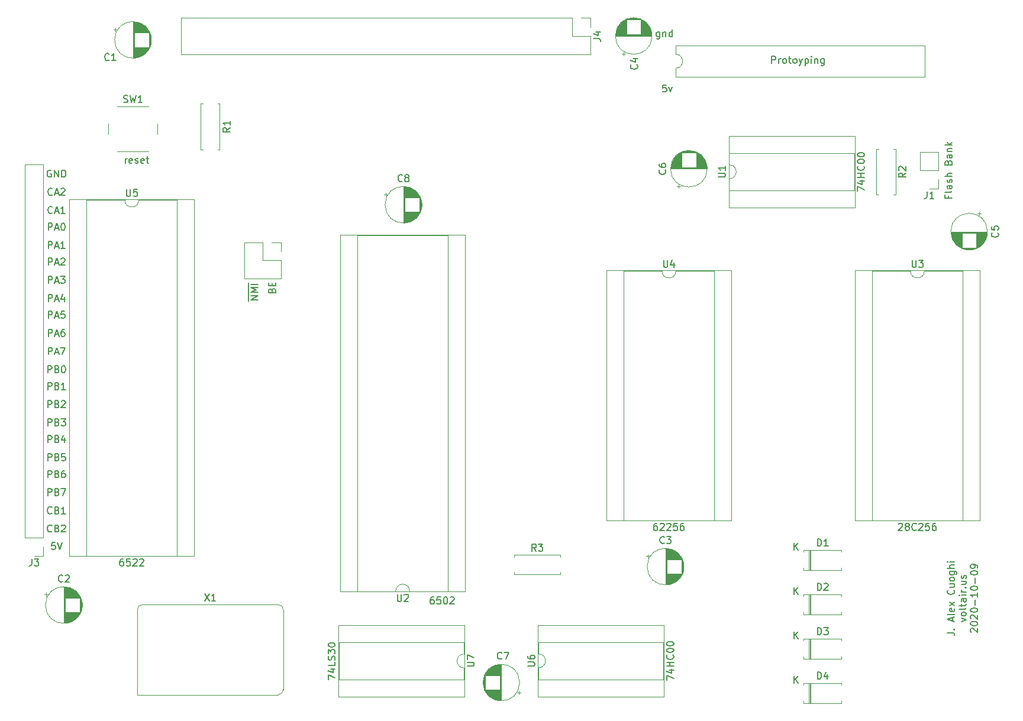
<source format=gbr>
G04 #@! TF.GenerationSoftware,KiCad,Pcbnew,(5.1.5)-3*
G04 #@! TF.CreationDate,2020-10-09T19:11:16-04:00*
G04 #@! TF.ProjectId,MVC,4d56432e-6b69-4636-9164-5f7063625858,rev?*
G04 #@! TF.SameCoordinates,Original*
G04 #@! TF.FileFunction,Legend,Top*
G04 #@! TF.FilePolarity,Positive*
%FSLAX46Y46*%
G04 Gerber Fmt 4.6, Leading zero omitted, Abs format (unit mm)*
G04 Created by KiCad (PCBNEW (5.1.5)-3) date 2020-10-09 19:11:16*
%MOMM*%
%LPD*%
G04 APERTURE LIST*
%ADD10C,0.150000*%
%ADD11C,0.120000*%
G04 APERTURE END LIST*
D10*
X181698380Y-138659571D02*
X182412666Y-138659571D01*
X182555523Y-138707190D01*
X182650761Y-138802428D01*
X182698380Y-138945285D01*
X182698380Y-139040523D01*
X182603142Y-138183380D02*
X182650761Y-138135761D01*
X182698380Y-138183380D01*
X182650761Y-138231000D01*
X182603142Y-138183380D01*
X182698380Y-138183380D01*
X182412666Y-136992904D02*
X182412666Y-136516714D01*
X182698380Y-137088142D02*
X181698380Y-136754809D01*
X182698380Y-136421476D01*
X182698380Y-135945285D02*
X182650761Y-136040523D01*
X182555523Y-136088142D01*
X181698380Y-136088142D01*
X182650761Y-135183380D02*
X182698380Y-135278619D01*
X182698380Y-135469095D01*
X182650761Y-135564333D01*
X182555523Y-135611952D01*
X182174571Y-135611952D01*
X182079333Y-135564333D01*
X182031714Y-135469095D01*
X182031714Y-135278619D01*
X182079333Y-135183380D01*
X182174571Y-135135761D01*
X182269809Y-135135761D01*
X182365047Y-135611952D01*
X182698380Y-134802428D02*
X182031714Y-134278619D01*
X182031714Y-134802428D02*
X182698380Y-134278619D01*
X182603142Y-132564333D02*
X182650761Y-132611952D01*
X182698380Y-132754809D01*
X182698380Y-132850047D01*
X182650761Y-132992904D01*
X182555523Y-133088142D01*
X182460285Y-133135761D01*
X182269809Y-133183380D01*
X182126952Y-133183380D01*
X181936476Y-133135761D01*
X181841238Y-133088142D01*
X181746000Y-132992904D01*
X181698380Y-132850047D01*
X181698380Y-132754809D01*
X181746000Y-132611952D01*
X181793619Y-132564333D01*
X182031714Y-131707190D02*
X182698380Y-131707190D01*
X182031714Y-132135761D02*
X182555523Y-132135761D01*
X182650761Y-132088142D01*
X182698380Y-131992904D01*
X182698380Y-131850047D01*
X182650761Y-131754809D01*
X182603142Y-131707190D01*
X182698380Y-131088142D02*
X182650761Y-131183380D01*
X182603142Y-131231000D01*
X182507904Y-131278619D01*
X182222190Y-131278619D01*
X182126952Y-131231000D01*
X182079333Y-131183380D01*
X182031714Y-131088142D01*
X182031714Y-130945285D01*
X182079333Y-130850047D01*
X182126952Y-130802428D01*
X182222190Y-130754809D01*
X182507904Y-130754809D01*
X182603142Y-130802428D01*
X182650761Y-130850047D01*
X182698380Y-130945285D01*
X182698380Y-131088142D01*
X182031714Y-129897666D02*
X182841238Y-129897666D01*
X182936476Y-129945285D01*
X182984095Y-129992904D01*
X183031714Y-130088142D01*
X183031714Y-130231000D01*
X182984095Y-130326238D01*
X182650761Y-129897666D02*
X182698380Y-129992904D01*
X182698380Y-130183380D01*
X182650761Y-130278619D01*
X182603142Y-130326238D01*
X182507904Y-130373857D01*
X182222190Y-130373857D01*
X182126952Y-130326238D01*
X182079333Y-130278619D01*
X182031714Y-130183380D01*
X182031714Y-129992904D01*
X182079333Y-129897666D01*
X182698380Y-129421476D02*
X181698380Y-129421476D01*
X182698380Y-128992904D02*
X182174571Y-128992904D01*
X182079333Y-129040523D01*
X182031714Y-129135761D01*
X182031714Y-129278619D01*
X182079333Y-129373857D01*
X182126952Y-129421476D01*
X182698380Y-128516714D02*
X182031714Y-128516714D01*
X181698380Y-128516714D02*
X181746000Y-128564333D01*
X181793619Y-128516714D01*
X181746000Y-128469095D01*
X181698380Y-128516714D01*
X181793619Y-128516714D01*
X183681714Y-137064333D02*
X184348380Y-136826238D01*
X183681714Y-136588142D01*
X184348380Y-136064333D02*
X184300761Y-136159571D01*
X184253142Y-136207190D01*
X184157904Y-136254809D01*
X183872190Y-136254809D01*
X183776952Y-136207190D01*
X183729333Y-136159571D01*
X183681714Y-136064333D01*
X183681714Y-135921476D01*
X183729333Y-135826238D01*
X183776952Y-135778619D01*
X183872190Y-135731000D01*
X184157904Y-135731000D01*
X184253142Y-135778619D01*
X184300761Y-135826238D01*
X184348380Y-135921476D01*
X184348380Y-136064333D01*
X184348380Y-135159571D02*
X184300761Y-135254809D01*
X184205523Y-135302428D01*
X183348380Y-135302428D01*
X183681714Y-134921476D02*
X183681714Y-134540523D01*
X183348380Y-134778619D02*
X184205523Y-134778619D01*
X184300761Y-134731000D01*
X184348380Y-134635761D01*
X184348380Y-134540523D01*
X184348380Y-133778619D02*
X183824571Y-133778619D01*
X183729333Y-133826238D01*
X183681714Y-133921476D01*
X183681714Y-134111952D01*
X183729333Y-134207190D01*
X184300761Y-133778619D02*
X184348380Y-133873857D01*
X184348380Y-134111952D01*
X184300761Y-134207190D01*
X184205523Y-134254809D01*
X184110285Y-134254809D01*
X184015047Y-134207190D01*
X183967428Y-134111952D01*
X183967428Y-133873857D01*
X183919809Y-133778619D01*
X184348380Y-133302428D02*
X183681714Y-133302428D01*
X183348380Y-133302428D02*
X183396000Y-133350047D01*
X183443619Y-133302428D01*
X183396000Y-133254809D01*
X183348380Y-133302428D01*
X183443619Y-133302428D01*
X184348380Y-132826238D02*
X183681714Y-132826238D01*
X183872190Y-132826238D02*
X183776952Y-132778619D01*
X183729333Y-132731000D01*
X183681714Y-132635761D01*
X183681714Y-132540523D01*
X184253142Y-132207190D02*
X184300761Y-132159571D01*
X184348380Y-132207190D01*
X184300761Y-132254809D01*
X184253142Y-132207190D01*
X184348380Y-132207190D01*
X183681714Y-131302428D02*
X184348380Y-131302428D01*
X183681714Y-131731000D02*
X184205523Y-131731000D01*
X184300761Y-131683380D01*
X184348380Y-131588142D01*
X184348380Y-131445285D01*
X184300761Y-131350047D01*
X184253142Y-131302428D01*
X184300761Y-130873857D02*
X184348380Y-130778619D01*
X184348380Y-130588142D01*
X184300761Y-130492904D01*
X184205523Y-130445285D01*
X184157904Y-130445285D01*
X184062666Y-130492904D01*
X184015047Y-130588142D01*
X184015047Y-130731000D01*
X183967428Y-130826238D01*
X183872190Y-130873857D01*
X183824571Y-130873857D01*
X183729333Y-130826238D01*
X183681714Y-130731000D01*
X183681714Y-130588142D01*
X183729333Y-130492904D01*
X185093619Y-138588142D02*
X185046000Y-138540523D01*
X184998380Y-138445285D01*
X184998380Y-138207190D01*
X185046000Y-138111952D01*
X185093619Y-138064333D01*
X185188857Y-138016714D01*
X185284095Y-138016714D01*
X185426952Y-138064333D01*
X185998380Y-138635761D01*
X185998380Y-138016714D01*
X184998380Y-137397666D02*
X184998380Y-137302428D01*
X185046000Y-137207190D01*
X185093619Y-137159571D01*
X185188857Y-137111952D01*
X185379333Y-137064333D01*
X185617428Y-137064333D01*
X185807904Y-137111952D01*
X185903142Y-137159571D01*
X185950761Y-137207190D01*
X185998380Y-137302428D01*
X185998380Y-137397666D01*
X185950761Y-137492904D01*
X185903142Y-137540523D01*
X185807904Y-137588142D01*
X185617428Y-137635761D01*
X185379333Y-137635761D01*
X185188857Y-137588142D01*
X185093619Y-137540523D01*
X185046000Y-137492904D01*
X184998380Y-137397666D01*
X185093619Y-136683380D02*
X185046000Y-136635761D01*
X184998380Y-136540523D01*
X184998380Y-136302428D01*
X185046000Y-136207190D01*
X185093619Y-136159571D01*
X185188857Y-136111952D01*
X185284095Y-136111952D01*
X185426952Y-136159571D01*
X185998380Y-136731000D01*
X185998380Y-136111952D01*
X184998380Y-135492904D02*
X184998380Y-135397666D01*
X185046000Y-135302428D01*
X185093619Y-135254809D01*
X185188857Y-135207190D01*
X185379333Y-135159571D01*
X185617428Y-135159571D01*
X185807904Y-135207190D01*
X185903142Y-135254809D01*
X185950761Y-135302428D01*
X185998380Y-135397666D01*
X185998380Y-135492904D01*
X185950761Y-135588142D01*
X185903142Y-135635761D01*
X185807904Y-135683380D01*
X185617428Y-135731000D01*
X185379333Y-135731000D01*
X185188857Y-135683380D01*
X185093619Y-135635761D01*
X185046000Y-135588142D01*
X184998380Y-135492904D01*
X185617428Y-134731000D02*
X185617428Y-133969095D01*
X185998380Y-132969095D02*
X185998380Y-133540523D01*
X185998380Y-133254809D02*
X184998380Y-133254809D01*
X185141238Y-133350047D01*
X185236476Y-133445285D01*
X185284095Y-133540523D01*
X184998380Y-132350047D02*
X184998380Y-132254809D01*
X185046000Y-132159571D01*
X185093619Y-132111952D01*
X185188857Y-132064333D01*
X185379333Y-132016714D01*
X185617428Y-132016714D01*
X185807904Y-132064333D01*
X185903142Y-132111952D01*
X185950761Y-132159571D01*
X185998380Y-132254809D01*
X185998380Y-132350047D01*
X185950761Y-132445285D01*
X185903142Y-132492904D01*
X185807904Y-132540523D01*
X185617428Y-132588142D01*
X185379333Y-132588142D01*
X185188857Y-132540523D01*
X185093619Y-132492904D01*
X185046000Y-132445285D01*
X184998380Y-132350047D01*
X185617428Y-131588142D02*
X185617428Y-130826238D01*
X184998380Y-130159571D02*
X184998380Y-130064333D01*
X185046000Y-129969095D01*
X185093619Y-129921476D01*
X185188857Y-129873857D01*
X185379333Y-129826238D01*
X185617428Y-129826238D01*
X185807904Y-129873857D01*
X185903142Y-129921476D01*
X185950761Y-129969095D01*
X185998380Y-130064333D01*
X185998380Y-130159571D01*
X185950761Y-130254809D01*
X185903142Y-130302428D01*
X185807904Y-130350047D01*
X185617428Y-130397666D01*
X185379333Y-130397666D01*
X185188857Y-130350047D01*
X185093619Y-130302428D01*
X185046000Y-130254809D01*
X184998380Y-130159571D01*
X185998380Y-129350047D02*
X185998380Y-129159571D01*
X185950761Y-129064333D01*
X185903142Y-129016714D01*
X185760285Y-128921476D01*
X185569809Y-128873857D01*
X185188857Y-128873857D01*
X185093619Y-128921476D01*
X185046000Y-128969095D01*
X184998380Y-129064333D01*
X184998380Y-129254809D01*
X185046000Y-129350047D01*
X185093619Y-129397666D01*
X185188857Y-129445285D01*
X185426952Y-129445285D01*
X185522190Y-129397666D01*
X185569809Y-129350047D01*
X185617428Y-129254809D01*
X185617428Y-129064333D01*
X185569809Y-128969095D01*
X185522190Y-128921476D01*
X185426952Y-128873857D01*
X53438095Y-72500000D02*
X53342857Y-72452380D01*
X53200000Y-72452380D01*
X53057142Y-72500000D01*
X52961904Y-72595238D01*
X52914285Y-72690476D01*
X52866666Y-72880952D01*
X52866666Y-73023809D01*
X52914285Y-73214285D01*
X52961904Y-73309523D01*
X53057142Y-73404761D01*
X53200000Y-73452380D01*
X53295238Y-73452380D01*
X53438095Y-73404761D01*
X53485714Y-73357142D01*
X53485714Y-73023809D01*
X53295238Y-73023809D01*
X53914285Y-73452380D02*
X53914285Y-72452380D01*
X54485714Y-73452380D01*
X54485714Y-72452380D01*
X54961904Y-73452380D02*
X54961904Y-72452380D01*
X55200000Y-72452380D01*
X55342857Y-72500000D01*
X55438095Y-72595238D01*
X55485714Y-72690476D01*
X55533333Y-72880952D01*
X55533333Y-73023809D01*
X55485714Y-73214285D01*
X55438095Y-73309523D01*
X55342857Y-73404761D01*
X55200000Y-73452380D01*
X54961904Y-73452380D01*
X53604761Y-75957142D02*
X53557142Y-76004761D01*
X53414285Y-76052380D01*
X53319047Y-76052380D01*
X53176190Y-76004761D01*
X53080952Y-75909523D01*
X53033333Y-75814285D01*
X52985714Y-75623809D01*
X52985714Y-75480952D01*
X53033333Y-75290476D01*
X53080952Y-75195238D01*
X53176190Y-75100000D01*
X53319047Y-75052380D01*
X53414285Y-75052380D01*
X53557142Y-75100000D01*
X53604761Y-75147619D01*
X53985714Y-75766666D02*
X54461904Y-75766666D01*
X53890476Y-76052380D02*
X54223809Y-75052380D01*
X54557142Y-76052380D01*
X54842857Y-75147619D02*
X54890476Y-75100000D01*
X54985714Y-75052380D01*
X55223809Y-75052380D01*
X55319047Y-75100000D01*
X55366666Y-75147619D01*
X55414285Y-75242857D01*
X55414285Y-75338095D01*
X55366666Y-75480952D01*
X54795238Y-76052380D01*
X55414285Y-76052380D01*
X53604761Y-78557142D02*
X53557142Y-78604761D01*
X53414285Y-78652380D01*
X53319047Y-78652380D01*
X53176190Y-78604761D01*
X53080952Y-78509523D01*
X53033333Y-78414285D01*
X52985714Y-78223809D01*
X52985714Y-78080952D01*
X53033333Y-77890476D01*
X53080952Y-77795238D01*
X53176190Y-77700000D01*
X53319047Y-77652380D01*
X53414285Y-77652380D01*
X53557142Y-77700000D01*
X53604761Y-77747619D01*
X53985714Y-78366666D02*
X54461904Y-78366666D01*
X53890476Y-78652380D02*
X54223809Y-77652380D01*
X54557142Y-78652380D01*
X55414285Y-78652380D02*
X54842857Y-78652380D01*
X55128571Y-78652380D02*
X55128571Y-77652380D01*
X55033333Y-77795238D01*
X54938095Y-77890476D01*
X54842857Y-77938095D01*
X53033333Y-81052380D02*
X53033333Y-80052380D01*
X53414285Y-80052380D01*
X53509523Y-80100000D01*
X53557142Y-80147619D01*
X53604761Y-80242857D01*
X53604761Y-80385714D01*
X53557142Y-80480952D01*
X53509523Y-80528571D01*
X53414285Y-80576190D01*
X53033333Y-80576190D01*
X53985714Y-80766666D02*
X54461904Y-80766666D01*
X53890476Y-81052380D02*
X54223809Y-80052380D01*
X54557142Y-81052380D01*
X55080952Y-80052380D02*
X55176190Y-80052380D01*
X55271428Y-80100000D01*
X55319047Y-80147619D01*
X55366666Y-80242857D01*
X55414285Y-80433333D01*
X55414285Y-80671428D01*
X55366666Y-80861904D01*
X55319047Y-80957142D01*
X55271428Y-81004761D01*
X55176190Y-81052380D01*
X55080952Y-81052380D01*
X54985714Y-81004761D01*
X54938095Y-80957142D01*
X54890476Y-80861904D01*
X54842857Y-80671428D01*
X54842857Y-80433333D01*
X54890476Y-80242857D01*
X54938095Y-80147619D01*
X54985714Y-80100000D01*
X55080952Y-80052380D01*
X53033333Y-83652380D02*
X53033333Y-82652380D01*
X53414285Y-82652380D01*
X53509523Y-82700000D01*
X53557142Y-82747619D01*
X53604761Y-82842857D01*
X53604761Y-82985714D01*
X53557142Y-83080952D01*
X53509523Y-83128571D01*
X53414285Y-83176190D01*
X53033333Y-83176190D01*
X53985714Y-83366666D02*
X54461904Y-83366666D01*
X53890476Y-83652380D02*
X54223809Y-82652380D01*
X54557142Y-83652380D01*
X55414285Y-83652380D02*
X54842857Y-83652380D01*
X55128571Y-83652380D02*
X55128571Y-82652380D01*
X55033333Y-82795238D01*
X54938095Y-82890476D01*
X54842857Y-82938095D01*
X53033333Y-86052380D02*
X53033333Y-85052380D01*
X53414285Y-85052380D01*
X53509523Y-85100000D01*
X53557142Y-85147619D01*
X53604761Y-85242857D01*
X53604761Y-85385714D01*
X53557142Y-85480952D01*
X53509523Y-85528571D01*
X53414285Y-85576190D01*
X53033333Y-85576190D01*
X53985714Y-85766666D02*
X54461904Y-85766666D01*
X53890476Y-86052380D02*
X54223809Y-85052380D01*
X54557142Y-86052380D01*
X54842857Y-85147619D02*
X54890476Y-85100000D01*
X54985714Y-85052380D01*
X55223809Y-85052380D01*
X55319047Y-85100000D01*
X55366666Y-85147619D01*
X55414285Y-85242857D01*
X55414285Y-85338095D01*
X55366666Y-85480952D01*
X54795238Y-86052380D01*
X55414285Y-86052380D01*
X53033333Y-88652380D02*
X53033333Y-87652380D01*
X53414285Y-87652380D01*
X53509523Y-87700000D01*
X53557142Y-87747619D01*
X53604761Y-87842857D01*
X53604761Y-87985714D01*
X53557142Y-88080952D01*
X53509523Y-88128571D01*
X53414285Y-88176190D01*
X53033333Y-88176190D01*
X53985714Y-88366666D02*
X54461904Y-88366666D01*
X53890476Y-88652380D02*
X54223809Y-87652380D01*
X54557142Y-88652380D01*
X54795238Y-87652380D02*
X55414285Y-87652380D01*
X55080952Y-88033333D01*
X55223809Y-88033333D01*
X55319047Y-88080952D01*
X55366666Y-88128571D01*
X55414285Y-88223809D01*
X55414285Y-88461904D01*
X55366666Y-88557142D01*
X55319047Y-88604761D01*
X55223809Y-88652380D01*
X54938095Y-88652380D01*
X54842857Y-88604761D01*
X54795238Y-88557142D01*
X53033333Y-91252380D02*
X53033333Y-90252380D01*
X53414285Y-90252380D01*
X53509523Y-90300000D01*
X53557142Y-90347619D01*
X53604761Y-90442857D01*
X53604761Y-90585714D01*
X53557142Y-90680952D01*
X53509523Y-90728571D01*
X53414285Y-90776190D01*
X53033333Y-90776190D01*
X53985714Y-90966666D02*
X54461904Y-90966666D01*
X53890476Y-91252380D02*
X54223809Y-90252380D01*
X54557142Y-91252380D01*
X55319047Y-90585714D02*
X55319047Y-91252380D01*
X55080952Y-90204761D02*
X54842857Y-90919047D01*
X55461904Y-90919047D01*
X53033333Y-93652380D02*
X53033333Y-92652380D01*
X53414285Y-92652380D01*
X53509523Y-92700000D01*
X53557142Y-92747619D01*
X53604761Y-92842857D01*
X53604761Y-92985714D01*
X53557142Y-93080952D01*
X53509523Y-93128571D01*
X53414285Y-93176190D01*
X53033333Y-93176190D01*
X53985714Y-93366666D02*
X54461904Y-93366666D01*
X53890476Y-93652380D02*
X54223809Y-92652380D01*
X54557142Y-93652380D01*
X55366666Y-92652380D02*
X54890476Y-92652380D01*
X54842857Y-93128571D01*
X54890476Y-93080952D01*
X54985714Y-93033333D01*
X55223809Y-93033333D01*
X55319047Y-93080952D01*
X55366666Y-93128571D01*
X55414285Y-93223809D01*
X55414285Y-93461904D01*
X55366666Y-93557142D01*
X55319047Y-93604761D01*
X55223809Y-93652380D01*
X54985714Y-93652380D01*
X54890476Y-93604761D01*
X54842857Y-93557142D01*
X53033333Y-96252380D02*
X53033333Y-95252380D01*
X53414285Y-95252380D01*
X53509523Y-95300000D01*
X53557142Y-95347619D01*
X53604761Y-95442857D01*
X53604761Y-95585714D01*
X53557142Y-95680952D01*
X53509523Y-95728571D01*
X53414285Y-95776190D01*
X53033333Y-95776190D01*
X53985714Y-95966666D02*
X54461904Y-95966666D01*
X53890476Y-96252380D02*
X54223809Y-95252380D01*
X54557142Y-96252380D01*
X55319047Y-95252380D02*
X55128571Y-95252380D01*
X55033333Y-95300000D01*
X54985714Y-95347619D01*
X54890476Y-95490476D01*
X54842857Y-95680952D01*
X54842857Y-96061904D01*
X54890476Y-96157142D01*
X54938095Y-96204761D01*
X55033333Y-96252380D01*
X55223809Y-96252380D01*
X55319047Y-96204761D01*
X55366666Y-96157142D01*
X55414285Y-96061904D01*
X55414285Y-95823809D01*
X55366666Y-95728571D01*
X55319047Y-95680952D01*
X55223809Y-95633333D01*
X55033333Y-95633333D01*
X54938095Y-95680952D01*
X54890476Y-95728571D01*
X54842857Y-95823809D01*
X53033333Y-98852380D02*
X53033333Y-97852380D01*
X53414285Y-97852380D01*
X53509523Y-97900000D01*
X53557142Y-97947619D01*
X53604761Y-98042857D01*
X53604761Y-98185714D01*
X53557142Y-98280952D01*
X53509523Y-98328571D01*
X53414285Y-98376190D01*
X53033333Y-98376190D01*
X53985714Y-98566666D02*
X54461904Y-98566666D01*
X53890476Y-98852380D02*
X54223809Y-97852380D01*
X54557142Y-98852380D01*
X54795238Y-97852380D02*
X55461904Y-97852380D01*
X55033333Y-98852380D01*
X52961904Y-101452380D02*
X52961904Y-100452380D01*
X53342857Y-100452380D01*
X53438095Y-100500000D01*
X53485714Y-100547619D01*
X53533333Y-100642857D01*
X53533333Y-100785714D01*
X53485714Y-100880952D01*
X53438095Y-100928571D01*
X53342857Y-100976190D01*
X52961904Y-100976190D01*
X54295238Y-100928571D02*
X54438095Y-100976190D01*
X54485714Y-101023809D01*
X54533333Y-101119047D01*
X54533333Y-101261904D01*
X54485714Y-101357142D01*
X54438095Y-101404761D01*
X54342857Y-101452380D01*
X53961904Y-101452380D01*
X53961904Y-100452380D01*
X54295238Y-100452380D01*
X54390476Y-100500000D01*
X54438095Y-100547619D01*
X54485714Y-100642857D01*
X54485714Y-100738095D01*
X54438095Y-100833333D01*
X54390476Y-100880952D01*
X54295238Y-100928571D01*
X53961904Y-100928571D01*
X55152380Y-100452380D02*
X55247619Y-100452380D01*
X55342857Y-100500000D01*
X55390476Y-100547619D01*
X55438095Y-100642857D01*
X55485714Y-100833333D01*
X55485714Y-101071428D01*
X55438095Y-101261904D01*
X55390476Y-101357142D01*
X55342857Y-101404761D01*
X55247619Y-101452380D01*
X55152380Y-101452380D01*
X55057142Y-101404761D01*
X55009523Y-101357142D01*
X54961904Y-101261904D01*
X54914285Y-101071428D01*
X54914285Y-100833333D01*
X54961904Y-100642857D01*
X55009523Y-100547619D01*
X55057142Y-100500000D01*
X55152380Y-100452380D01*
X52961904Y-103852380D02*
X52961904Y-102852380D01*
X53342857Y-102852380D01*
X53438095Y-102900000D01*
X53485714Y-102947619D01*
X53533333Y-103042857D01*
X53533333Y-103185714D01*
X53485714Y-103280952D01*
X53438095Y-103328571D01*
X53342857Y-103376190D01*
X52961904Y-103376190D01*
X54295238Y-103328571D02*
X54438095Y-103376190D01*
X54485714Y-103423809D01*
X54533333Y-103519047D01*
X54533333Y-103661904D01*
X54485714Y-103757142D01*
X54438095Y-103804761D01*
X54342857Y-103852380D01*
X53961904Y-103852380D01*
X53961904Y-102852380D01*
X54295238Y-102852380D01*
X54390476Y-102900000D01*
X54438095Y-102947619D01*
X54485714Y-103042857D01*
X54485714Y-103138095D01*
X54438095Y-103233333D01*
X54390476Y-103280952D01*
X54295238Y-103328571D01*
X53961904Y-103328571D01*
X55485714Y-103852380D02*
X54914285Y-103852380D01*
X55200000Y-103852380D02*
X55200000Y-102852380D01*
X55104761Y-102995238D01*
X55009523Y-103090476D01*
X54914285Y-103138095D01*
X52961904Y-106452380D02*
X52961904Y-105452380D01*
X53342857Y-105452380D01*
X53438095Y-105500000D01*
X53485714Y-105547619D01*
X53533333Y-105642857D01*
X53533333Y-105785714D01*
X53485714Y-105880952D01*
X53438095Y-105928571D01*
X53342857Y-105976190D01*
X52961904Y-105976190D01*
X54295238Y-105928571D02*
X54438095Y-105976190D01*
X54485714Y-106023809D01*
X54533333Y-106119047D01*
X54533333Y-106261904D01*
X54485714Y-106357142D01*
X54438095Y-106404761D01*
X54342857Y-106452380D01*
X53961904Y-106452380D01*
X53961904Y-105452380D01*
X54295238Y-105452380D01*
X54390476Y-105500000D01*
X54438095Y-105547619D01*
X54485714Y-105642857D01*
X54485714Y-105738095D01*
X54438095Y-105833333D01*
X54390476Y-105880952D01*
X54295238Y-105928571D01*
X53961904Y-105928571D01*
X54914285Y-105547619D02*
X54961904Y-105500000D01*
X55057142Y-105452380D01*
X55295238Y-105452380D01*
X55390476Y-105500000D01*
X55438095Y-105547619D01*
X55485714Y-105642857D01*
X55485714Y-105738095D01*
X55438095Y-105880952D01*
X54866666Y-106452380D01*
X55485714Y-106452380D01*
X52961904Y-109052380D02*
X52961904Y-108052380D01*
X53342857Y-108052380D01*
X53438095Y-108100000D01*
X53485714Y-108147619D01*
X53533333Y-108242857D01*
X53533333Y-108385714D01*
X53485714Y-108480952D01*
X53438095Y-108528571D01*
X53342857Y-108576190D01*
X52961904Y-108576190D01*
X54295238Y-108528571D02*
X54438095Y-108576190D01*
X54485714Y-108623809D01*
X54533333Y-108719047D01*
X54533333Y-108861904D01*
X54485714Y-108957142D01*
X54438095Y-109004761D01*
X54342857Y-109052380D01*
X53961904Y-109052380D01*
X53961904Y-108052380D01*
X54295238Y-108052380D01*
X54390476Y-108100000D01*
X54438095Y-108147619D01*
X54485714Y-108242857D01*
X54485714Y-108338095D01*
X54438095Y-108433333D01*
X54390476Y-108480952D01*
X54295238Y-108528571D01*
X53961904Y-108528571D01*
X54866666Y-108052380D02*
X55485714Y-108052380D01*
X55152380Y-108433333D01*
X55295238Y-108433333D01*
X55390476Y-108480952D01*
X55438095Y-108528571D01*
X55485714Y-108623809D01*
X55485714Y-108861904D01*
X55438095Y-108957142D01*
X55390476Y-109004761D01*
X55295238Y-109052380D01*
X55009523Y-109052380D01*
X54914285Y-109004761D01*
X54866666Y-108957142D01*
X52961904Y-111452380D02*
X52961904Y-110452380D01*
X53342857Y-110452380D01*
X53438095Y-110500000D01*
X53485714Y-110547619D01*
X53533333Y-110642857D01*
X53533333Y-110785714D01*
X53485714Y-110880952D01*
X53438095Y-110928571D01*
X53342857Y-110976190D01*
X52961904Y-110976190D01*
X54295238Y-110928571D02*
X54438095Y-110976190D01*
X54485714Y-111023809D01*
X54533333Y-111119047D01*
X54533333Y-111261904D01*
X54485714Y-111357142D01*
X54438095Y-111404761D01*
X54342857Y-111452380D01*
X53961904Y-111452380D01*
X53961904Y-110452380D01*
X54295238Y-110452380D01*
X54390476Y-110500000D01*
X54438095Y-110547619D01*
X54485714Y-110642857D01*
X54485714Y-110738095D01*
X54438095Y-110833333D01*
X54390476Y-110880952D01*
X54295238Y-110928571D01*
X53961904Y-110928571D01*
X55390476Y-110785714D02*
X55390476Y-111452380D01*
X55152380Y-110404761D02*
X54914285Y-111119047D01*
X55533333Y-111119047D01*
X52961904Y-114052380D02*
X52961904Y-113052380D01*
X53342857Y-113052380D01*
X53438095Y-113100000D01*
X53485714Y-113147619D01*
X53533333Y-113242857D01*
X53533333Y-113385714D01*
X53485714Y-113480952D01*
X53438095Y-113528571D01*
X53342857Y-113576190D01*
X52961904Y-113576190D01*
X54295238Y-113528571D02*
X54438095Y-113576190D01*
X54485714Y-113623809D01*
X54533333Y-113719047D01*
X54533333Y-113861904D01*
X54485714Y-113957142D01*
X54438095Y-114004761D01*
X54342857Y-114052380D01*
X53961904Y-114052380D01*
X53961904Y-113052380D01*
X54295238Y-113052380D01*
X54390476Y-113100000D01*
X54438095Y-113147619D01*
X54485714Y-113242857D01*
X54485714Y-113338095D01*
X54438095Y-113433333D01*
X54390476Y-113480952D01*
X54295238Y-113528571D01*
X53961904Y-113528571D01*
X55438095Y-113052380D02*
X54961904Y-113052380D01*
X54914285Y-113528571D01*
X54961904Y-113480952D01*
X55057142Y-113433333D01*
X55295238Y-113433333D01*
X55390476Y-113480952D01*
X55438095Y-113528571D01*
X55485714Y-113623809D01*
X55485714Y-113861904D01*
X55438095Y-113957142D01*
X55390476Y-114004761D01*
X55295238Y-114052380D01*
X55057142Y-114052380D01*
X54961904Y-114004761D01*
X54914285Y-113957142D01*
X52961904Y-116452380D02*
X52961904Y-115452380D01*
X53342857Y-115452380D01*
X53438095Y-115500000D01*
X53485714Y-115547619D01*
X53533333Y-115642857D01*
X53533333Y-115785714D01*
X53485714Y-115880952D01*
X53438095Y-115928571D01*
X53342857Y-115976190D01*
X52961904Y-115976190D01*
X54295238Y-115928571D02*
X54438095Y-115976190D01*
X54485714Y-116023809D01*
X54533333Y-116119047D01*
X54533333Y-116261904D01*
X54485714Y-116357142D01*
X54438095Y-116404761D01*
X54342857Y-116452380D01*
X53961904Y-116452380D01*
X53961904Y-115452380D01*
X54295238Y-115452380D01*
X54390476Y-115500000D01*
X54438095Y-115547619D01*
X54485714Y-115642857D01*
X54485714Y-115738095D01*
X54438095Y-115833333D01*
X54390476Y-115880952D01*
X54295238Y-115928571D01*
X53961904Y-115928571D01*
X55390476Y-115452380D02*
X55200000Y-115452380D01*
X55104761Y-115500000D01*
X55057142Y-115547619D01*
X54961904Y-115690476D01*
X54914285Y-115880952D01*
X54914285Y-116261904D01*
X54961904Y-116357142D01*
X55009523Y-116404761D01*
X55104761Y-116452380D01*
X55295238Y-116452380D01*
X55390476Y-116404761D01*
X55438095Y-116357142D01*
X55485714Y-116261904D01*
X55485714Y-116023809D01*
X55438095Y-115928571D01*
X55390476Y-115880952D01*
X55295238Y-115833333D01*
X55104761Y-115833333D01*
X55009523Y-115880952D01*
X54961904Y-115928571D01*
X54914285Y-116023809D01*
X52961904Y-119052380D02*
X52961904Y-118052380D01*
X53342857Y-118052380D01*
X53438095Y-118100000D01*
X53485714Y-118147619D01*
X53533333Y-118242857D01*
X53533333Y-118385714D01*
X53485714Y-118480952D01*
X53438095Y-118528571D01*
X53342857Y-118576190D01*
X52961904Y-118576190D01*
X54295238Y-118528571D02*
X54438095Y-118576190D01*
X54485714Y-118623809D01*
X54533333Y-118719047D01*
X54533333Y-118861904D01*
X54485714Y-118957142D01*
X54438095Y-119004761D01*
X54342857Y-119052380D01*
X53961904Y-119052380D01*
X53961904Y-118052380D01*
X54295238Y-118052380D01*
X54390476Y-118100000D01*
X54438095Y-118147619D01*
X54485714Y-118242857D01*
X54485714Y-118338095D01*
X54438095Y-118433333D01*
X54390476Y-118480952D01*
X54295238Y-118528571D01*
X53961904Y-118528571D01*
X54866666Y-118052380D02*
X55533333Y-118052380D01*
X55104761Y-119052380D01*
X53533333Y-121557142D02*
X53485714Y-121604761D01*
X53342857Y-121652380D01*
X53247619Y-121652380D01*
X53104761Y-121604761D01*
X53009523Y-121509523D01*
X52961904Y-121414285D01*
X52914285Y-121223809D01*
X52914285Y-121080952D01*
X52961904Y-120890476D01*
X53009523Y-120795238D01*
X53104761Y-120700000D01*
X53247619Y-120652380D01*
X53342857Y-120652380D01*
X53485714Y-120700000D01*
X53533333Y-120747619D01*
X54295238Y-121128571D02*
X54438095Y-121176190D01*
X54485714Y-121223809D01*
X54533333Y-121319047D01*
X54533333Y-121461904D01*
X54485714Y-121557142D01*
X54438095Y-121604761D01*
X54342857Y-121652380D01*
X53961904Y-121652380D01*
X53961904Y-120652380D01*
X54295238Y-120652380D01*
X54390476Y-120700000D01*
X54438095Y-120747619D01*
X54485714Y-120842857D01*
X54485714Y-120938095D01*
X54438095Y-121033333D01*
X54390476Y-121080952D01*
X54295238Y-121128571D01*
X53961904Y-121128571D01*
X55485714Y-121652380D02*
X54914285Y-121652380D01*
X55200000Y-121652380D02*
X55200000Y-120652380D01*
X55104761Y-120795238D01*
X55009523Y-120890476D01*
X54914285Y-120938095D01*
X53533333Y-124157142D02*
X53485714Y-124204761D01*
X53342857Y-124252380D01*
X53247619Y-124252380D01*
X53104761Y-124204761D01*
X53009523Y-124109523D01*
X52961904Y-124014285D01*
X52914285Y-123823809D01*
X52914285Y-123680952D01*
X52961904Y-123490476D01*
X53009523Y-123395238D01*
X53104761Y-123300000D01*
X53247619Y-123252380D01*
X53342857Y-123252380D01*
X53485714Y-123300000D01*
X53533333Y-123347619D01*
X54295238Y-123728571D02*
X54438095Y-123776190D01*
X54485714Y-123823809D01*
X54533333Y-123919047D01*
X54533333Y-124061904D01*
X54485714Y-124157142D01*
X54438095Y-124204761D01*
X54342857Y-124252380D01*
X53961904Y-124252380D01*
X53961904Y-123252380D01*
X54295238Y-123252380D01*
X54390476Y-123300000D01*
X54438095Y-123347619D01*
X54485714Y-123442857D01*
X54485714Y-123538095D01*
X54438095Y-123633333D01*
X54390476Y-123680952D01*
X54295238Y-123728571D01*
X53961904Y-123728571D01*
X54914285Y-123347619D02*
X54961904Y-123300000D01*
X55057142Y-123252380D01*
X55295238Y-123252380D01*
X55390476Y-123300000D01*
X55438095Y-123347619D01*
X55485714Y-123442857D01*
X55485714Y-123538095D01*
X55438095Y-123680952D01*
X54866666Y-124252380D01*
X55485714Y-124252380D01*
X54009523Y-125752380D02*
X53533333Y-125752380D01*
X53485714Y-126228571D01*
X53533333Y-126180952D01*
X53628571Y-126133333D01*
X53866666Y-126133333D01*
X53961904Y-126180952D01*
X54009523Y-126228571D01*
X54057142Y-126323809D01*
X54057142Y-126561904D01*
X54009523Y-126657142D01*
X53961904Y-126704761D01*
X53866666Y-126752380D01*
X53628571Y-126752380D01*
X53533333Y-126704761D01*
X53485714Y-126657142D01*
X54342857Y-125752380D02*
X54676190Y-126752380D01*
X55009523Y-125752380D01*
X181828571Y-76119047D02*
X181828571Y-76452380D01*
X182352380Y-76452380D02*
X181352380Y-76452380D01*
X181352380Y-75976190D01*
X182352380Y-75452380D02*
X182304761Y-75547619D01*
X182209523Y-75595238D01*
X181352380Y-75595238D01*
X182352380Y-74642857D02*
X181828571Y-74642857D01*
X181733333Y-74690476D01*
X181685714Y-74785714D01*
X181685714Y-74976190D01*
X181733333Y-75071428D01*
X182304761Y-74642857D02*
X182352380Y-74738095D01*
X182352380Y-74976190D01*
X182304761Y-75071428D01*
X182209523Y-75119047D01*
X182114285Y-75119047D01*
X182019047Y-75071428D01*
X181971428Y-74976190D01*
X181971428Y-74738095D01*
X181923809Y-74642857D01*
X182304761Y-74214285D02*
X182352380Y-74119047D01*
X182352380Y-73928571D01*
X182304761Y-73833333D01*
X182209523Y-73785714D01*
X182161904Y-73785714D01*
X182066666Y-73833333D01*
X182019047Y-73928571D01*
X182019047Y-74071428D01*
X181971428Y-74166666D01*
X181876190Y-74214285D01*
X181828571Y-74214285D01*
X181733333Y-74166666D01*
X181685714Y-74071428D01*
X181685714Y-73928571D01*
X181733333Y-73833333D01*
X182352380Y-73357142D02*
X181352380Y-73357142D01*
X182352380Y-72928571D02*
X181828571Y-72928571D01*
X181733333Y-72976190D01*
X181685714Y-73071428D01*
X181685714Y-73214285D01*
X181733333Y-73309523D01*
X181780952Y-73357142D01*
X181828571Y-71357142D02*
X181876190Y-71214285D01*
X181923809Y-71166666D01*
X182019047Y-71119047D01*
X182161904Y-71119047D01*
X182257142Y-71166666D01*
X182304761Y-71214285D01*
X182352380Y-71309523D01*
X182352380Y-71690476D01*
X181352380Y-71690476D01*
X181352380Y-71357142D01*
X181400000Y-71261904D01*
X181447619Y-71214285D01*
X181542857Y-71166666D01*
X181638095Y-71166666D01*
X181733333Y-71214285D01*
X181780952Y-71261904D01*
X181828571Y-71357142D01*
X181828571Y-71690476D01*
X182352380Y-70261904D02*
X181828571Y-70261904D01*
X181733333Y-70309523D01*
X181685714Y-70404761D01*
X181685714Y-70595238D01*
X181733333Y-70690476D01*
X182304761Y-70261904D02*
X182352380Y-70357142D01*
X182352380Y-70595238D01*
X182304761Y-70690476D01*
X182209523Y-70738095D01*
X182114285Y-70738095D01*
X182019047Y-70690476D01*
X181971428Y-70595238D01*
X181971428Y-70357142D01*
X181923809Y-70261904D01*
X181685714Y-69785714D02*
X182352380Y-69785714D01*
X181780952Y-69785714D02*
X181733333Y-69738095D01*
X181685714Y-69642857D01*
X181685714Y-69500000D01*
X181733333Y-69404761D01*
X181828571Y-69357142D01*
X182352380Y-69357142D01*
X182352380Y-68880952D02*
X181352380Y-68880952D01*
X181971428Y-68785714D02*
X182352380Y-68500000D01*
X181685714Y-68500000D02*
X182066666Y-68880952D01*
X140509523Y-52685714D02*
X140509523Y-53495238D01*
X140461904Y-53590476D01*
X140414285Y-53638095D01*
X140319047Y-53685714D01*
X140176190Y-53685714D01*
X140080952Y-53638095D01*
X140509523Y-53304761D02*
X140414285Y-53352380D01*
X140223809Y-53352380D01*
X140128571Y-53304761D01*
X140080952Y-53257142D01*
X140033333Y-53161904D01*
X140033333Y-52876190D01*
X140080952Y-52780952D01*
X140128571Y-52733333D01*
X140223809Y-52685714D01*
X140414285Y-52685714D01*
X140509523Y-52733333D01*
X140985714Y-52685714D02*
X140985714Y-53352380D01*
X140985714Y-52780952D02*
X141033333Y-52733333D01*
X141128571Y-52685714D01*
X141271428Y-52685714D01*
X141366666Y-52733333D01*
X141414285Y-52828571D01*
X141414285Y-53352380D01*
X142319047Y-53352380D02*
X142319047Y-52352380D01*
X142319047Y-53304761D02*
X142223809Y-53352380D01*
X142033333Y-53352380D01*
X141938095Y-53304761D01*
X141890476Y-53257142D01*
X141842857Y-53161904D01*
X141842857Y-52876190D01*
X141890476Y-52780952D01*
X141938095Y-52733333D01*
X142033333Y-52685714D01*
X142223809Y-52685714D01*
X142319047Y-52733333D01*
X141457142Y-60252380D02*
X140980952Y-60252380D01*
X140933333Y-60728571D01*
X140980952Y-60680952D01*
X141076190Y-60633333D01*
X141314285Y-60633333D01*
X141409523Y-60680952D01*
X141457142Y-60728571D01*
X141504761Y-60823809D01*
X141504761Y-61061904D01*
X141457142Y-61157142D01*
X141409523Y-61204761D01*
X141314285Y-61252380D01*
X141076190Y-61252380D01*
X140980952Y-61204761D01*
X140933333Y-61157142D01*
X141838095Y-60585714D02*
X142076190Y-61252380D01*
X142314285Y-60585714D01*
X156561904Y-57152380D02*
X156561904Y-56152380D01*
X156942857Y-56152380D01*
X157038095Y-56200000D01*
X157085714Y-56247619D01*
X157133333Y-56342857D01*
X157133333Y-56485714D01*
X157085714Y-56580952D01*
X157038095Y-56628571D01*
X156942857Y-56676190D01*
X156561904Y-56676190D01*
X157561904Y-57152380D02*
X157561904Y-56485714D01*
X157561904Y-56676190D02*
X157609523Y-56580952D01*
X157657142Y-56533333D01*
X157752380Y-56485714D01*
X157847619Y-56485714D01*
X158323809Y-57152380D02*
X158228571Y-57104761D01*
X158180952Y-57057142D01*
X158133333Y-56961904D01*
X158133333Y-56676190D01*
X158180952Y-56580952D01*
X158228571Y-56533333D01*
X158323809Y-56485714D01*
X158466666Y-56485714D01*
X158561904Y-56533333D01*
X158609523Y-56580952D01*
X158657142Y-56676190D01*
X158657142Y-56961904D01*
X158609523Y-57057142D01*
X158561904Y-57104761D01*
X158466666Y-57152380D01*
X158323809Y-57152380D01*
X158942857Y-56485714D02*
X159323809Y-56485714D01*
X159085714Y-56152380D02*
X159085714Y-57009523D01*
X159133333Y-57104761D01*
X159228571Y-57152380D01*
X159323809Y-57152380D01*
X159800000Y-57152380D02*
X159704761Y-57104761D01*
X159657142Y-57057142D01*
X159609523Y-56961904D01*
X159609523Y-56676190D01*
X159657142Y-56580952D01*
X159704761Y-56533333D01*
X159800000Y-56485714D01*
X159942857Y-56485714D01*
X160038095Y-56533333D01*
X160085714Y-56580952D01*
X160133333Y-56676190D01*
X160133333Y-56961904D01*
X160085714Y-57057142D01*
X160038095Y-57104761D01*
X159942857Y-57152380D01*
X159800000Y-57152380D01*
X160466666Y-56485714D02*
X160704761Y-57152380D01*
X160942857Y-56485714D02*
X160704761Y-57152380D01*
X160609523Y-57390476D01*
X160561904Y-57438095D01*
X160466666Y-57485714D01*
X161323809Y-56485714D02*
X161323809Y-57485714D01*
X161323809Y-56533333D02*
X161419047Y-56485714D01*
X161609523Y-56485714D01*
X161704761Y-56533333D01*
X161752380Y-56580952D01*
X161800000Y-56676190D01*
X161800000Y-56961904D01*
X161752380Y-57057142D01*
X161704761Y-57104761D01*
X161609523Y-57152380D01*
X161419047Y-57152380D01*
X161323809Y-57104761D01*
X162228571Y-57152380D02*
X162228571Y-56485714D01*
X162228571Y-56152380D02*
X162180952Y-56200000D01*
X162228571Y-56247619D01*
X162276190Y-56200000D01*
X162228571Y-56152380D01*
X162228571Y-56247619D01*
X162704761Y-56485714D02*
X162704761Y-57152380D01*
X162704761Y-56580952D02*
X162752380Y-56533333D01*
X162847619Y-56485714D01*
X162990476Y-56485714D01*
X163085714Y-56533333D01*
X163133333Y-56628571D01*
X163133333Y-57152380D01*
X164038095Y-56485714D02*
X164038095Y-57295238D01*
X163990476Y-57390476D01*
X163942857Y-57438095D01*
X163847619Y-57485714D01*
X163704761Y-57485714D01*
X163609523Y-57438095D01*
X164038095Y-57104761D02*
X163942857Y-57152380D01*
X163752380Y-57152380D01*
X163657142Y-57104761D01*
X163609523Y-57057142D01*
X163561904Y-56961904D01*
X163561904Y-56676190D01*
X163609523Y-56580952D01*
X163657142Y-56533333D01*
X163752380Y-56485714D01*
X163942857Y-56485714D01*
X164038095Y-56533333D01*
X81685000Y-91233333D02*
X81685000Y-90185714D01*
X83052380Y-90995238D02*
X82052380Y-90995238D01*
X83052380Y-90423809D01*
X82052380Y-90423809D01*
X81685000Y-90185714D02*
X81685000Y-89042857D01*
X83052380Y-89947619D02*
X82052380Y-89947619D01*
X82766666Y-89614285D01*
X82052380Y-89280952D01*
X83052380Y-89280952D01*
X81685000Y-89042857D02*
X81685000Y-88566666D01*
X83052380Y-88804761D02*
X82052380Y-88804761D01*
X85028571Y-89680952D02*
X85076190Y-89538095D01*
X85123809Y-89490476D01*
X85219047Y-89442857D01*
X85361904Y-89442857D01*
X85457142Y-89490476D01*
X85504761Y-89538095D01*
X85552380Y-89633333D01*
X85552380Y-90014285D01*
X84552380Y-90014285D01*
X84552380Y-89680952D01*
X84600000Y-89585714D01*
X84647619Y-89538095D01*
X84742857Y-89490476D01*
X84838095Y-89490476D01*
X84933333Y-89538095D01*
X84980952Y-89585714D01*
X85028571Y-89680952D01*
X85028571Y-90014285D01*
X85028571Y-89014285D02*
X85028571Y-88680952D01*
X85552380Y-88538095D02*
X85552380Y-89014285D01*
X84552380Y-89014285D01*
X84552380Y-88538095D01*
D11*
X142800000Y-54610000D02*
X142800000Y-55860000D01*
X178480000Y-54610000D02*
X142800000Y-54610000D01*
X178480000Y-59110000D02*
X178480000Y-54610000D01*
X142800000Y-59110000D02*
X178480000Y-59110000D01*
X142800000Y-57860000D02*
X142800000Y-59110000D01*
X142800000Y-55860000D02*
G75*
G02X142800000Y-57860000I0J-1000000D01*
G01*
X67770000Y-53800000D02*
G75*
G03X67770000Y-53800000I-2620000J0D01*
G01*
X65150000Y-51220000D02*
X65150000Y-56380000D01*
X65190000Y-51220000D02*
X65190000Y-56380000D01*
X65230000Y-51221000D02*
X65230000Y-56379000D01*
X65270000Y-51222000D02*
X65270000Y-56378000D01*
X65310000Y-51224000D02*
X65310000Y-56376000D01*
X65350000Y-51227000D02*
X65350000Y-56373000D01*
X65390000Y-51231000D02*
X65390000Y-52760000D01*
X65390000Y-54840000D02*
X65390000Y-56369000D01*
X65430000Y-51235000D02*
X65430000Y-52760000D01*
X65430000Y-54840000D02*
X65430000Y-56365000D01*
X65470000Y-51239000D02*
X65470000Y-52760000D01*
X65470000Y-54840000D02*
X65470000Y-56361000D01*
X65510000Y-51244000D02*
X65510000Y-52760000D01*
X65510000Y-54840000D02*
X65510000Y-56356000D01*
X65550000Y-51250000D02*
X65550000Y-52760000D01*
X65550000Y-54840000D02*
X65550000Y-56350000D01*
X65590000Y-51257000D02*
X65590000Y-52760000D01*
X65590000Y-54840000D02*
X65590000Y-56343000D01*
X65630000Y-51264000D02*
X65630000Y-52760000D01*
X65630000Y-54840000D02*
X65630000Y-56336000D01*
X65670000Y-51272000D02*
X65670000Y-52760000D01*
X65670000Y-54840000D02*
X65670000Y-56328000D01*
X65710000Y-51280000D02*
X65710000Y-52760000D01*
X65710000Y-54840000D02*
X65710000Y-56320000D01*
X65750000Y-51289000D02*
X65750000Y-52760000D01*
X65750000Y-54840000D02*
X65750000Y-56311000D01*
X65790000Y-51299000D02*
X65790000Y-52760000D01*
X65790000Y-54840000D02*
X65790000Y-56301000D01*
X65830000Y-51309000D02*
X65830000Y-52760000D01*
X65830000Y-54840000D02*
X65830000Y-56291000D01*
X65871000Y-51320000D02*
X65871000Y-52760000D01*
X65871000Y-54840000D02*
X65871000Y-56280000D01*
X65911000Y-51332000D02*
X65911000Y-52760000D01*
X65911000Y-54840000D02*
X65911000Y-56268000D01*
X65951000Y-51345000D02*
X65951000Y-52760000D01*
X65951000Y-54840000D02*
X65951000Y-56255000D01*
X65991000Y-51358000D02*
X65991000Y-52760000D01*
X65991000Y-54840000D02*
X65991000Y-56242000D01*
X66031000Y-51372000D02*
X66031000Y-52760000D01*
X66031000Y-54840000D02*
X66031000Y-56228000D01*
X66071000Y-51386000D02*
X66071000Y-52760000D01*
X66071000Y-54840000D02*
X66071000Y-56214000D01*
X66111000Y-51402000D02*
X66111000Y-52760000D01*
X66111000Y-54840000D02*
X66111000Y-56198000D01*
X66151000Y-51418000D02*
X66151000Y-52760000D01*
X66151000Y-54840000D02*
X66151000Y-56182000D01*
X66191000Y-51435000D02*
X66191000Y-52760000D01*
X66191000Y-54840000D02*
X66191000Y-56165000D01*
X66231000Y-51452000D02*
X66231000Y-52760000D01*
X66231000Y-54840000D02*
X66231000Y-56148000D01*
X66271000Y-51471000D02*
X66271000Y-52760000D01*
X66271000Y-54840000D02*
X66271000Y-56129000D01*
X66311000Y-51490000D02*
X66311000Y-52760000D01*
X66311000Y-54840000D02*
X66311000Y-56110000D01*
X66351000Y-51510000D02*
X66351000Y-52760000D01*
X66351000Y-54840000D02*
X66351000Y-56090000D01*
X66391000Y-51532000D02*
X66391000Y-52760000D01*
X66391000Y-54840000D02*
X66391000Y-56068000D01*
X66431000Y-51553000D02*
X66431000Y-52760000D01*
X66431000Y-54840000D02*
X66431000Y-56047000D01*
X66471000Y-51576000D02*
X66471000Y-52760000D01*
X66471000Y-54840000D02*
X66471000Y-56024000D01*
X66511000Y-51600000D02*
X66511000Y-52760000D01*
X66511000Y-54840000D02*
X66511000Y-56000000D01*
X66551000Y-51625000D02*
X66551000Y-52760000D01*
X66551000Y-54840000D02*
X66551000Y-55975000D01*
X66591000Y-51651000D02*
X66591000Y-52760000D01*
X66591000Y-54840000D02*
X66591000Y-55949000D01*
X66631000Y-51678000D02*
X66631000Y-52760000D01*
X66631000Y-54840000D02*
X66631000Y-55922000D01*
X66671000Y-51705000D02*
X66671000Y-52760000D01*
X66671000Y-54840000D02*
X66671000Y-55895000D01*
X66711000Y-51735000D02*
X66711000Y-52760000D01*
X66711000Y-54840000D02*
X66711000Y-55865000D01*
X66751000Y-51765000D02*
X66751000Y-52760000D01*
X66751000Y-54840000D02*
X66751000Y-55835000D01*
X66791000Y-51796000D02*
X66791000Y-52760000D01*
X66791000Y-54840000D02*
X66791000Y-55804000D01*
X66831000Y-51829000D02*
X66831000Y-52760000D01*
X66831000Y-54840000D02*
X66831000Y-55771000D01*
X66871000Y-51863000D02*
X66871000Y-52760000D01*
X66871000Y-54840000D02*
X66871000Y-55737000D01*
X66911000Y-51899000D02*
X66911000Y-52760000D01*
X66911000Y-54840000D02*
X66911000Y-55701000D01*
X66951000Y-51936000D02*
X66951000Y-52760000D01*
X66951000Y-54840000D02*
X66951000Y-55664000D01*
X66991000Y-51974000D02*
X66991000Y-52760000D01*
X66991000Y-54840000D02*
X66991000Y-55626000D01*
X67031000Y-52015000D02*
X67031000Y-52760000D01*
X67031000Y-54840000D02*
X67031000Y-55585000D01*
X67071000Y-52057000D02*
X67071000Y-52760000D01*
X67071000Y-54840000D02*
X67071000Y-55543000D01*
X67111000Y-52101000D02*
X67111000Y-52760000D01*
X67111000Y-54840000D02*
X67111000Y-55499000D01*
X67151000Y-52147000D02*
X67151000Y-52760000D01*
X67151000Y-54840000D02*
X67151000Y-55453000D01*
X67191000Y-52195000D02*
X67191000Y-52760000D01*
X67191000Y-54840000D02*
X67191000Y-55405000D01*
X67231000Y-52246000D02*
X67231000Y-52760000D01*
X67231000Y-54840000D02*
X67231000Y-55354000D01*
X67271000Y-52300000D02*
X67271000Y-52760000D01*
X67271000Y-54840000D02*
X67271000Y-55300000D01*
X67311000Y-52357000D02*
X67311000Y-52760000D01*
X67311000Y-54840000D02*
X67311000Y-55243000D01*
X67351000Y-52417000D02*
X67351000Y-52760000D01*
X67351000Y-54840000D02*
X67351000Y-55183000D01*
X67391000Y-52481000D02*
X67391000Y-52760000D01*
X67391000Y-54840000D02*
X67391000Y-55119000D01*
X67431000Y-52549000D02*
X67431000Y-52760000D01*
X67431000Y-54840000D02*
X67431000Y-55051000D01*
X67471000Y-52622000D02*
X67471000Y-54978000D01*
X67511000Y-52702000D02*
X67511000Y-54898000D01*
X67551000Y-52789000D02*
X67551000Y-54811000D01*
X67591000Y-52885000D02*
X67591000Y-54715000D01*
X67631000Y-52995000D02*
X67631000Y-54605000D01*
X67671000Y-53123000D02*
X67671000Y-54477000D01*
X67711000Y-53282000D02*
X67711000Y-54318000D01*
X67751000Y-53516000D02*
X67751000Y-54084000D01*
X62345225Y-52325000D02*
X62845225Y-52325000D01*
X62595225Y-52075000D02*
X62595225Y-52575000D01*
X52695225Y-132975000D02*
X52695225Y-133475000D01*
X52445225Y-133225000D02*
X52945225Y-133225000D01*
X57851000Y-134416000D02*
X57851000Y-134984000D01*
X57811000Y-134182000D02*
X57811000Y-135218000D01*
X57771000Y-134023000D02*
X57771000Y-135377000D01*
X57731000Y-133895000D02*
X57731000Y-135505000D01*
X57691000Y-133785000D02*
X57691000Y-135615000D01*
X57651000Y-133689000D02*
X57651000Y-135711000D01*
X57611000Y-133602000D02*
X57611000Y-135798000D01*
X57571000Y-133522000D02*
X57571000Y-135878000D01*
X57531000Y-135740000D02*
X57531000Y-135951000D01*
X57531000Y-133449000D02*
X57531000Y-133660000D01*
X57491000Y-135740000D02*
X57491000Y-136019000D01*
X57491000Y-133381000D02*
X57491000Y-133660000D01*
X57451000Y-135740000D02*
X57451000Y-136083000D01*
X57451000Y-133317000D02*
X57451000Y-133660000D01*
X57411000Y-135740000D02*
X57411000Y-136143000D01*
X57411000Y-133257000D02*
X57411000Y-133660000D01*
X57371000Y-135740000D02*
X57371000Y-136200000D01*
X57371000Y-133200000D02*
X57371000Y-133660000D01*
X57331000Y-135740000D02*
X57331000Y-136254000D01*
X57331000Y-133146000D02*
X57331000Y-133660000D01*
X57291000Y-135740000D02*
X57291000Y-136305000D01*
X57291000Y-133095000D02*
X57291000Y-133660000D01*
X57251000Y-135740000D02*
X57251000Y-136353000D01*
X57251000Y-133047000D02*
X57251000Y-133660000D01*
X57211000Y-135740000D02*
X57211000Y-136399000D01*
X57211000Y-133001000D02*
X57211000Y-133660000D01*
X57171000Y-135740000D02*
X57171000Y-136443000D01*
X57171000Y-132957000D02*
X57171000Y-133660000D01*
X57131000Y-135740000D02*
X57131000Y-136485000D01*
X57131000Y-132915000D02*
X57131000Y-133660000D01*
X57091000Y-135740000D02*
X57091000Y-136526000D01*
X57091000Y-132874000D02*
X57091000Y-133660000D01*
X57051000Y-135740000D02*
X57051000Y-136564000D01*
X57051000Y-132836000D02*
X57051000Y-133660000D01*
X57011000Y-135740000D02*
X57011000Y-136601000D01*
X57011000Y-132799000D02*
X57011000Y-133660000D01*
X56971000Y-135740000D02*
X56971000Y-136637000D01*
X56971000Y-132763000D02*
X56971000Y-133660000D01*
X56931000Y-135740000D02*
X56931000Y-136671000D01*
X56931000Y-132729000D02*
X56931000Y-133660000D01*
X56891000Y-135740000D02*
X56891000Y-136704000D01*
X56891000Y-132696000D02*
X56891000Y-133660000D01*
X56851000Y-135740000D02*
X56851000Y-136735000D01*
X56851000Y-132665000D02*
X56851000Y-133660000D01*
X56811000Y-135740000D02*
X56811000Y-136765000D01*
X56811000Y-132635000D02*
X56811000Y-133660000D01*
X56771000Y-135740000D02*
X56771000Y-136795000D01*
X56771000Y-132605000D02*
X56771000Y-133660000D01*
X56731000Y-135740000D02*
X56731000Y-136822000D01*
X56731000Y-132578000D02*
X56731000Y-133660000D01*
X56691000Y-135740000D02*
X56691000Y-136849000D01*
X56691000Y-132551000D02*
X56691000Y-133660000D01*
X56651000Y-135740000D02*
X56651000Y-136875000D01*
X56651000Y-132525000D02*
X56651000Y-133660000D01*
X56611000Y-135740000D02*
X56611000Y-136900000D01*
X56611000Y-132500000D02*
X56611000Y-133660000D01*
X56571000Y-135740000D02*
X56571000Y-136924000D01*
X56571000Y-132476000D02*
X56571000Y-133660000D01*
X56531000Y-135740000D02*
X56531000Y-136947000D01*
X56531000Y-132453000D02*
X56531000Y-133660000D01*
X56491000Y-135740000D02*
X56491000Y-136968000D01*
X56491000Y-132432000D02*
X56491000Y-133660000D01*
X56451000Y-135740000D02*
X56451000Y-136990000D01*
X56451000Y-132410000D02*
X56451000Y-133660000D01*
X56411000Y-135740000D02*
X56411000Y-137010000D01*
X56411000Y-132390000D02*
X56411000Y-133660000D01*
X56371000Y-135740000D02*
X56371000Y-137029000D01*
X56371000Y-132371000D02*
X56371000Y-133660000D01*
X56331000Y-135740000D02*
X56331000Y-137048000D01*
X56331000Y-132352000D02*
X56331000Y-133660000D01*
X56291000Y-135740000D02*
X56291000Y-137065000D01*
X56291000Y-132335000D02*
X56291000Y-133660000D01*
X56251000Y-135740000D02*
X56251000Y-137082000D01*
X56251000Y-132318000D02*
X56251000Y-133660000D01*
X56211000Y-135740000D02*
X56211000Y-137098000D01*
X56211000Y-132302000D02*
X56211000Y-133660000D01*
X56171000Y-135740000D02*
X56171000Y-137114000D01*
X56171000Y-132286000D02*
X56171000Y-133660000D01*
X56131000Y-135740000D02*
X56131000Y-137128000D01*
X56131000Y-132272000D02*
X56131000Y-133660000D01*
X56091000Y-135740000D02*
X56091000Y-137142000D01*
X56091000Y-132258000D02*
X56091000Y-133660000D01*
X56051000Y-135740000D02*
X56051000Y-137155000D01*
X56051000Y-132245000D02*
X56051000Y-133660000D01*
X56011000Y-135740000D02*
X56011000Y-137168000D01*
X56011000Y-132232000D02*
X56011000Y-133660000D01*
X55971000Y-135740000D02*
X55971000Y-137180000D01*
X55971000Y-132220000D02*
X55971000Y-133660000D01*
X55930000Y-135740000D02*
X55930000Y-137191000D01*
X55930000Y-132209000D02*
X55930000Y-133660000D01*
X55890000Y-135740000D02*
X55890000Y-137201000D01*
X55890000Y-132199000D02*
X55890000Y-133660000D01*
X55850000Y-135740000D02*
X55850000Y-137211000D01*
X55850000Y-132189000D02*
X55850000Y-133660000D01*
X55810000Y-135740000D02*
X55810000Y-137220000D01*
X55810000Y-132180000D02*
X55810000Y-133660000D01*
X55770000Y-135740000D02*
X55770000Y-137228000D01*
X55770000Y-132172000D02*
X55770000Y-133660000D01*
X55730000Y-135740000D02*
X55730000Y-137236000D01*
X55730000Y-132164000D02*
X55730000Y-133660000D01*
X55690000Y-135740000D02*
X55690000Y-137243000D01*
X55690000Y-132157000D02*
X55690000Y-133660000D01*
X55650000Y-135740000D02*
X55650000Y-137250000D01*
X55650000Y-132150000D02*
X55650000Y-133660000D01*
X55610000Y-135740000D02*
X55610000Y-137256000D01*
X55610000Y-132144000D02*
X55610000Y-133660000D01*
X55570000Y-135740000D02*
X55570000Y-137261000D01*
X55570000Y-132139000D02*
X55570000Y-133660000D01*
X55530000Y-135740000D02*
X55530000Y-137265000D01*
X55530000Y-132135000D02*
X55530000Y-133660000D01*
X55490000Y-135740000D02*
X55490000Y-137269000D01*
X55490000Y-132131000D02*
X55490000Y-133660000D01*
X55450000Y-132127000D02*
X55450000Y-137273000D01*
X55410000Y-132124000D02*
X55410000Y-137276000D01*
X55370000Y-132122000D02*
X55370000Y-137278000D01*
X55330000Y-132121000D02*
X55330000Y-137279000D01*
X55290000Y-132120000D02*
X55290000Y-137280000D01*
X55250000Y-132120000D02*
X55250000Y-137280000D01*
X57870000Y-134700000D02*
G75*
G03X57870000Y-134700000I-2620000J0D01*
G01*
X138795225Y-127475000D02*
X138795225Y-127975000D01*
X138545225Y-127725000D02*
X139045225Y-127725000D01*
X143951000Y-128916000D02*
X143951000Y-129484000D01*
X143911000Y-128682000D02*
X143911000Y-129718000D01*
X143871000Y-128523000D02*
X143871000Y-129877000D01*
X143831000Y-128395000D02*
X143831000Y-130005000D01*
X143791000Y-128285000D02*
X143791000Y-130115000D01*
X143751000Y-128189000D02*
X143751000Y-130211000D01*
X143711000Y-128102000D02*
X143711000Y-130298000D01*
X143671000Y-128022000D02*
X143671000Y-130378000D01*
X143631000Y-130240000D02*
X143631000Y-130451000D01*
X143631000Y-127949000D02*
X143631000Y-128160000D01*
X143591000Y-130240000D02*
X143591000Y-130519000D01*
X143591000Y-127881000D02*
X143591000Y-128160000D01*
X143551000Y-130240000D02*
X143551000Y-130583000D01*
X143551000Y-127817000D02*
X143551000Y-128160000D01*
X143511000Y-130240000D02*
X143511000Y-130643000D01*
X143511000Y-127757000D02*
X143511000Y-128160000D01*
X143471000Y-130240000D02*
X143471000Y-130700000D01*
X143471000Y-127700000D02*
X143471000Y-128160000D01*
X143431000Y-130240000D02*
X143431000Y-130754000D01*
X143431000Y-127646000D02*
X143431000Y-128160000D01*
X143391000Y-130240000D02*
X143391000Y-130805000D01*
X143391000Y-127595000D02*
X143391000Y-128160000D01*
X143351000Y-130240000D02*
X143351000Y-130853000D01*
X143351000Y-127547000D02*
X143351000Y-128160000D01*
X143311000Y-130240000D02*
X143311000Y-130899000D01*
X143311000Y-127501000D02*
X143311000Y-128160000D01*
X143271000Y-130240000D02*
X143271000Y-130943000D01*
X143271000Y-127457000D02*
X143271000Y-128160000D01*
X143231000Y-130240000D02*
X143231000Y-130985000D01*
X143231000Y-127415000D02*
X143231000Y-128160000D01*
X143191000Y-130240000D02*
X143191000Y-131026000D01*
X143191000Y-127374000D02*
X143191000Y-128160000D01*
X143151000Y-130240000D02*
X143151000Y-131064000D01*
X143151000Y-127336000D02*
X143151000Y-128160000D01*
X143111000Y-130240000D02*
X143111000Y-131101000D01*
X143111000Y-127299000D02*
X143111000Y-128160000D01*
X143071000Y-130240000D02*
X143071000Y-131137000D01*
X143071000Y-127263000D02*
X143071000Y-128160000D01*
X143031000Y-130240000D02*
X143031000Y-131171000D01*
X143031000Y-127229000D02*
X143031000Y-128160000D01*
X142991000Y-130240000D02*
X142991000Y-131204000D01*
X142991000Y-127196000D02*
X142991000Y-128160000D01*
X142951000Y-130240000D02*
X142951000Y-131235000D01*
X142951000Y-127165000D02*
X142951000Y-128160000D01*
X142911000Y-130240000D02*
X142911000Y-131265000D01*
X142911000Y-127135000D02*
X142911000Y-128160000D01*
X142871000Y-130240000D02*
X142871000Y-131295000D01*
X142871000Y-127105000D02*
X142871000Y-128160000D01*
X142831000Y-130240000D02*
X142831000Y-131322000D01*
X142831000Y-127078000D02*
X142831000Y-128160000D01*
X142791000Y-130240000D02*
X142791000Y-131349000D01*
X142791000Y-127051000D02*
X142791000Y-128160000D01*
X142751000Y-130240000D02*
X142751000Y-131375000D01*
X142751000Y-127025000D02*
X142751000Y-128160000D01*
X142711000Y-130240000D02*
X142711000Y-131400000D01*
X142711000Y-127000000D02*
X142711000Y-128160000D01*
X142671000Y-130240000D02*
X142671000Y-131424000D01*
X142671000Y-126976000D02*
X142671000Y-128160000D01*
X142631000Y-130240000D02*
X142631000Y-131447000D01*
X142631000Y-126953000D02*
X142631000Y-128160000D01*
X142591000Y-130240000D02*
X142591000Y-131468000D01*
X142591000Y-126932000D02*
X142591000Y-128160000D01*
X142551000Y-130240000D02*
X142551000Y-131490000D01*
X142551000Y-126910000D02*
X142551000Y-128160000D01*
X142511000Y-130240000D02*
X142511000Y-131510000D01*
X142511000Y-126890000D02*
X142511000Y-128160000D01*
X142471000Y-130240000D02*
X142471000Y-131529000D01*
X142471000Y-126871000D02*
X142471000Y-128160000D01*
X142431000Y-130240000D02*
X142431000Y-131548000D01*
X142431000Y-126852000D02*
X142431000Y-128160000D01*
X142391000Y-130240000D02*
X142391000Y-131565000D01*
X142391000Y-126835000D02*
X142391000Y-128160000D01*
X142351000Y-130240000D02*
X142351000Y-131582000D01*
X142351000Y-126818000D02*
X142351000Y-128160000D01*
X142311000Y-130240000D02*
X142311000Y-131598000D01*
X142311000Y-126802000D02*
X142311000Y-128160000D01*
X142271000Y-130240000D02*
X142271000Y-131614000D01*
X142271000Y-126786000D02*
X142271000Y-128160000D01*
X142231000Y-130240000D02*
X142231000Y-131628000D01*
X142231000Y-126772000D02*
X142231000Y-128160000D01*
X142191000Y-130240000D02*
X142191000Y-131642000D01*
X142191000Y-126758000D02*
X142191000Y-128160000D01*
X142151000Y-130240000D02*
X142151000Y-131655000D01*
X142151000Y-126745000D02*
X142151000Y-128160000D01*
X142111000Y-130240000D02*
X142111000Y-131668000D01*
X142111000Y-126732000D02*
X142111000Y-128160000D01*
X142071000Y-130240000D02*
X142071000Y-131680000D01*
X142071000Y-126720000D02*
X142071000Y-128160000D01*
X142030000Y-130240000D02*
X142030000Y-131691000D01*
X142030000Y-126709000D02*
X142030000Y-128160000D01*
X141990000Y-130240000D02*
X141990000Y-131701000D01*
X141990000Y-126699000D02*
X141990000Y-128160000D01*
X141950000Y-130240000D02*
X141950000Y-131711000D01*
X141950000Y-126689000D02*
X141950000Y-128160000D01*
X141910000Y-130240000D02*
X141910000Y-131720000D01*
X141910000Y-126680000D02*
X141910000Y-128160000D01*
X141870000Y-130240000D02*
X141870000Y-131728000D01*
X141870000Y-126672000D02*
X141870000Y-128160000D01*
X141830000Y-130240000D02*
X141830000Y-131736000D01*
X141830000Y-126664000D02*
X141830000Y-128160000D01*
X141790000Y-130240000D02*
X141790000Y-131743000D01*
X141790000Y-126657000D02*
X141790000Y-128160000D01*
X141750000Y-130240000D02*
X141750000Y-131750000D01*
X141750000Y-126650000D02*
X141750000Y-128160000D01*
X141710000Y-130240000D02*
X141710000Y-131756000D01*
X141710000Y-126644000D02*
X141710000Y-128160000D01*
X141670000Y-130240000D02*
X141670000Y-131761000D01*
X141670000Y-126639000D02*
X141670000Y-128160000D01*
X141630000Y-130240000D02*
X141630000Y-131765000D01*
X141630000Y-126635000D02*
X141630000Y-128160000D01*
X141590000Y-130240000D02*
X141590000Y-131769000D01*
X141590000Y-126631000D02*
X141590000Y-128160000D01*
X141550000Y-126627000D02*
X141550000Y-131773000D01*
X141510000Y-126624000D02*
X141510000Y-131776000D01*
X141470000Y-126622000D02*
X141470000Y-131778000D01*
X141430000Y-126621000D02*
X141430000Y-131779000D01*
X141390000Y-126620000D02*
X141390000Y-131780000D01*
X141350000Y-126620000D02*
X141350000Y-131780000D01*
X143970000Y-129200000D02*
G75*
G03X143970000Y-129200000I-2620000J0D01*
G01*
X139420000Y-53250000D02*
G75*
G03X139420000Y-53250000I-2620000J0D01*
G01*
X134220000Y-53250000D02*
X139380000Y-53250000D01*
X134220000Y-53210000D02*
X139380000Y-53210000D01*
X134221000Y-53170000D02*
X139379000Y-53170000D01*
X134222000Y-53130000D02*
X139378000Y-53130000D01*
X134224000Y-53090000D02*
X139376000Y-53090000D01*
X134227000Y-53050000D02*
X139373000Y-53050000D01*
X134231000Y-53010000D02*
X135760000Y-53010000D01*
X137840000Y-53010000D02*
X139369000Y-53010000D01*
X134235000Y-52970000D02*
X135760000Y-52970000D01*
X137840000Y-52970000D02*
X139365000Y-52970000D01*
X134239000Y-52930000D02*
X135760000Y-52930000D01*
X137840000Y-52930000D02*
X139361000Y-52930000D01*
X134244000Y-52890000D02*
X135760000Y-52890000D01*
X137840000Y-52890000D02*
X139356000Y-52890000D01*
X134250000Y-52850000D02*
X135760000Y-52850000D01*
X137840000Y-52850000D02*
X139350000Y-52850000D01*
X134257000Y-52810000D02*
X135760000Y-52810000D01*
X137840000Y-52810000D02*
X139343000Y-52810000D01*
X134264000Y-52770000D02*
X135760000Y-52770000D01*
X137840000Y-52770000D02*
X139336000Y-52770000D01*
X134272000Y-52730000D02*
X135760000Y-52730000D01*
X137840000Y-52730000D02*
X139328000Y-52730000D01*
X134280000Y-52690000D02*
X135760000Y-52690000D01*
X137840000Y-52690000D02*
X139320000Y-52690000D01*
X134289000Y-52650000D02*
X135760000Y-52650000D01*
X137840000Y-52650000D02*
X139311000Y-52650000D01*
X134299000Y-52610000D02*
X135760000Y-52610000D01*
X137840000Y-52610000D02*
X139301000Y-52610000D01*
X134309000Y-52570000D02*
X135760000Y-52570000D01*
X137840000Y-52570000D02*
X139291000Y-52570000D01*
X134320000Y-52529000D02*
X135760000Y-52529000D01*
X137840000Y-52529000D02*
X139280000Y-52529000D01*
X134332000Y-52489000D02*
X135760000Y-52489000D01*
X137840000Y-52489000D02*
X139268000Y-52489000D01*
X134345000Y-52449000D02*
X135760000Y-52449000D01*
X137840000Y-52449000D02*
X139255000Y-52449000D01*
X134358000Y-52409000D02*
X135760000Y-52409000D01*
X137840000Y-52409000D02*
X139242000Y-52409000D01*
X134372000Y-52369000D02*
X135760000Y-52369000D01*
X137840000Y-52369000D02*
X139228000Y-52369000D01*
X134386000Y-52329000D02*
X135760000Y-52329000D01*
X137840000Y-52329000D02*
X139214000Y-52329000D01*
X134402000Y-52289000D02*
X135760000Y-52289000D01*
X137840000Y-52289000D02*
X139198000Y-52289000D01*
X134418000Y-52249000D02*
X135760000Y-52249000D01*
X137840000Y-52249000D02*
X139182000Y-52249000D01*
X134435000Y-52209000D02*
X135760000Y-52209000D01*
X137840000Y-52209000D02*
X139165000Y-52209000D01*
X134452000Y-52169000D02*
X135760000Y-52169000D01*
X137840000Y-52169000D02*
X139148000Y-52169000D01*
X134471000Y-52129000D02*
X135760000Y-52129000D01*
X137840000Y-52129000D02*
X139129000Y-52129000D01*
X134490000Y-52089000D02*
X135760000Y-52089000D01*
X137840000Y-52089000D02*
X139110000Y-52089000D01*
X134510000Y-52049000D02*
X135760000Y-52049000D01*
X137840000Y-52049000D02*
X139090000Y-52049000D01*
X134532000Y-52009000D02*
X135760000Y-52009000D01*
X137840000Y-52009000D02*
X139068000Y-52009000D01*
X134553000Y-51969000D02*
X135760000Y-51969000D01*
X137840000Y-51969000D02*
X139047000Y-51969000D01*
X134576000Y-51929000D02*
X135760000Y-51929000D01*
X137840000Y-51929000D02*
X139024000Y-51929000D01*
X134600000Y-51889000D02*
X135760000Y-51889000D01*
X137840000Y-51889000D02*
X139000000Y-51889000D01*
X134625000Y-51849000D02*
X135760000Y-51849000D01*
X137840000Y-51849000D02*
X138975000Y-51849000D01*
X134651000Y-51809000D02*
X135760000Y-51809000D01*
X137840000Y-51809000D02*
X138949000Y-51809000D01*
X134678000Y-51769000D02*
X135760000Y-51769000D01*
X137840000Y-51769000D02*
X138922000Y-51769000D01*
X134705000Y-51729000D02*
X135760000Y-51729000D01*
X137840000Y-51729000D02*
X138895000Y-51729000D01*
X134735000Y-51689000D02*
X135760000Y-51689000D01*
X137840000Y-51689000D02*
X138865000Y-51689000D01*
X134765000Y-51649000D02*
X135760000Y-51649000D01*
X137840000Y-51649000D02*
X138835000Y-51649000D01*
X134796000Y-51609000D02*
X135760000Y-51609000D01*
X137840000Y-51609000D02*
X138804000Y-51609000D01*
X134829000Y-51569000D02*
X135760000Y-51569000D01*
X137840000Y-51569000D02*
X138771000Y-51569000D01*
X134863000Y-51529000D02*
X135760000Y-51529000D01*
X137840000Y-51529000D02*
X138737000Y-51529000D01*
X134899000Y-51489000D02*
X135760000Y-51489000D01*
X137840000Y-51489000D02*
X138701000Y-51489000D01*
X134936000Y-51449000D02*
X135760000Y-51449000D01*
X137840000Y-51449000D02*
X138664000Y-51449000D01*
X134974000Y-51409000D02*
X135760000Y-51409000D01*
X137840000Y-51409000D02*
X138626000Y-51409000D01*
X135015000Y-51369000D02*
X135760000Y-51369000D01*
X137840000Y-51369000D02*
X138585000Y-51369000D01*
X135057000Y-51329000D02*
X135760000Y-51329000D01*
X137840000Y-51329000D02*
X138543000Y-51329000D01*
X135101000Y-51289000D02*
X135760000Y-51289000D01*
X137840000Y-51289000D02*
X138499000Y-51289000D01*
X135147000Y-51249000D02*
X135760000Y-51249000D01*
X137840000Y-51249000D02*
X138453000Y-51249000D01*
X135195000Y-51209000D02*
X135760000Y-51209000D01*
X137840000Y-51209000D02*
X138405000Y-51209000D01*
X135246000Y-51169000D02*
X135760000Y-51169000D01*
X137840000Y-51169000D02*
X138354000Y-51169000D01*
X135300000Y-51129000D02*
X135760000Y-51129000D01*
X137840000Y-51129000D02*
X138300000Y-51129000D01*
X135357000Y-51089000D02*
X135760000Y-51089000D01*
X137840000Y-51089000D02*
X138243000Y-51089000D01*
X135417000Y-51049000D02*
X135760000Y-51049000D01*
X137840000Y-51049000D02*
X138183000Y-51049000D01*
X135481000Y-51009000D02*
X135760000Y-51009000D01*
X137840000Y-51009000D02*
X138119000Y-51009000D01*
X135549000Y-50969000D02*
X135760000Y-50969000D01*
X137840000Y-50969000D02*
X138051000Y-50969000D01*
X135622000Y-50929000D02*
X137978000Y-50929000D01*
X135702000Y-50889000D02*
X137898000Y-50889000D01*
X135789000Y-50849000D02*
X137811000Y-50849000D01*
X135885000Y-50809000D02*
X137715000Y-50809000D01*
X135995000Y-50769000D02*
X137605000Y-50769000D01*
X136123000Y-50729000D02*
X137477000Y-50729000D01*
X136282000Y-50689000D02*
X137318000Y-50689000D01*
X136516000Y-50649000D02*
X137084000Y-50649000D01*
X135325000Y-56054775D02*
X135325000Y-55554775D01*
X135075000Y-55804775D02*
X135575000Y-55804775D01*
X186525000Y-78695225D02*
X186025000Y-78695225D01*
X186275000Y-78445225D02*
X186275000Y-78945225D01*
X185084000Y-83851000D02*
X184516000Y-83851000D01*
X185318000Y-83811000D02*
X184282000Y-83811000D01*
X185477000Y-83771000D02*
X184123000Y-83771000D01*
X185605000Y-83731000D02*
X183995000Y-83731000D01*
X185715000Y-83691000D02*
X183885000Y-83691000D01*
X185811000Y-83651000D02*
X183789000Y-83651000D01*
X185898000Y-83611000D02*
X183702000Y-83611000D01*
X185978000Y-83571000D02*
X183622000Y-83571000D01*
X183760000Y-83531000D02*
X183549000Y-83531000D01*
X186051000Y-83531000D02*
X185840000Y-83531000D01*
X183760000Y-83491000D02*
X183481000Y-83491000D01*
X186119000Y-83491000D02*
X185840000Y-83491000D01*
X183760000Y-83451000D02*
X183417000Y-83451000D01*
X186183000Y-83451000D02*
X185840000Y-83451000D01*
X183760000Y-83411000D02*
X183357000Y-83411000D01*
X186243000Y-83411000D02*
X185840000Y-83411000D01*
X183760000Y-83371000D02*
X183300000Y-83371000D01*
X186300000Y-83371000D02*
X185840000Y-83371000D01*
X183760000Y-83331000D02*
X183246000Y-83331000D01*
X186354000Y-83331000D02*
X185840000Y-83331000D01*
X183760000Y-83291000D02*
X183195000Y-83291000D01*
X186405000Y-83291000D02*
X185840000Y-83291000D01*
X183760000Y-83251000D02*
X183147000Y-83251000D01*
X186453000Y-83251000D02*
X185840000Y-83251000D01*
X183760000Y-83211000D02*
X183101000Y-83211000D01*
X186499000Y-83211000D02*
X185840000Y-83211000D01*
X183760000Y-83171000D02*
X183057000Y-83171000D01*
X186543000Y-83171000D02*
X185840000Y-83171000D01*
X183760000Y-83131000D02*
X183015000Y-83131000D01*
X186585000Y-83131000D02*
X185840000Y-83131000D01*
X183760000Y-83091000D02*
X182974000Y-83091000D01*
X186626000Y-83091000D02*
X185840000Y-83091000D01*
X183760000Y-83051000D02*
X182936000Y-83051000D01*
X186664000Y-83051000D02*
X185840000Y-83051000D01*
X183760000Y-83011000D02*
X182899000Y-83011000D01*
X186701000Y-83011000D02*
X185840000Y-83011000D01*
X183760000Y-82971000D02*
X182863000Y-82971000D01*
X186737000Y-82971000D02*
X185840000Y-82971000D01*
X183760000Y-82931000D02*
X182829000Y-82931000D01*
X186771000Y-82931000D02*
X185840000Y-82931000D01*
X183760000Y-82891000D02*
X182796000Y-82891000D01*
X186804000Y-82891000D02*
X185840000Y-82891000D01*
X183760000Y-82851000D02*
X182765000Y-82851000D01*
X186835000Y-82851000D02*
X185840000Y-82851000D01*
X183760000Y-82811000D02*
X182735000Y-82811000D01*
X186865000Y-82811000D02*
X185840000Y-82811000D01*
X183760000Y-82771000D02*
X182705000Y-82771000D01*
X186895000Y-82771000D02*
X185840000Y-82771000D01*
X183760000Y-82731000D02*
X182678000Y-82731000D01*
X186922000Y-82731000D02*
X185840000Y-82731000D01*
X183760000Y-82691000D02*
X182651000Y-82691000D01*
X186949000Y-82691000D02*
X185840000Y-82691000D01*
X183760000Y-82651000D02*
X182625000Y-82651000D01*
X186975000Y-82651000D02*
X185840000Y-82651000D01*
X183760000Y-82611000D02*
X182600000Y-82611000D01*
X187000000Y-82611000D02*
X185840000Y-82611000D01*
X183760000Y-82571000D02*
X182576000Y-82571000D01*
X187024000Y-82571000D02*
X185840000Y-82571000D01*
X183760000Y-82531000D02*
X182553000Y-82531000D01*
X187047000Y-82531000D02*
X185840000Y-82531000D01*
X183760000Y-82491000D02*
X182532000Y-82491000D01*
X187068000Y-82491000D02*
X185840000Y-82491000D01*
X183760000Y-82451000D02*
X182510000Y-82451000D01*
X187090000Y-82451000D02*
X185840000Y-82451000D01*
X183760000Y-82411000D02*
X182490000Y-82411000D01*
X187110000Y-82411000D02*
X185840000Y-82411000D01*
X183760000Y-82371000D02*
X182471000Y-82371000D01*
X187129000Y-82371000D02*
X185840000Y-82371000D01*
X183760000Y-82331000D02*
X182452000Y-82331000D01*
X187148000Y-82331000D02*
X185840000Y-82331000D01*
X183760000Y-82291000D02*
X182435000Y-82291000D01*
X187165000Y-82291000D02*
X185840000Y-82291000D01*
X183760000Y-82251000D02*
X182418000Y-82251000D01*
X187182000Y-82251000D02*
X185840000Y-82251000D01*
X183760000Y-82211000D02*
X182402000Y-82211000D01*
X187198000Y-82211000D02*
X185840000Y-82211000D01*
X183760000Y-82171000D02*
X182386000Y-82171000D01*
X187214000Y-82171000D02*
X185840000Y-82171000D01*
X183760000Y-82131000D02*
X182372000Y-82131000D01*
X187228000Y-82131000D02*
X185840000Y-82131000D01*
X183760000Y-82091000D02*
X182358000Y-82091000D01*
X187242000Y-82091000D02*
X185840000Y-82091000D01*
X183760000Y-82051000D02*
X182345000Y-82051000D01*
X187255000Y-82051000D02*
X185840000Y-82051000D01*
X183760000Y-82011000D02*
X182332000Y-82011000D01*
X187268000Y-82011000D02*
X185840000Y-82011000D01*
X183760000Y-81971000D02*
X182320000Y-81971000D01*
X187280000Y-81971000D02*
X185840000Y-81971000D01*
X183760000Y-81930000D02*
X182309000Y-81930000D01*
X187291000Y-81930000D02*
X185840000Y-81930000D01*
X183760000Y-81890000D02*
X182299000Y-81890000D01*
X187301000Y-81890000D02*
X185840000Y-81890000D01*
X183760000Y-81850000D02*
X182289000Y-81850000D01*
X187311000Y-81850000D02*
X185840000Y-81850000D01*
X183760000Y-81810000D02*
X182280000Y-81810000D01*
X187320000Y-81810000D02*
X185840000Y-81810000D01*
X183760000Y-81770000D02*
X182272000Y-81770000D01*
X187328000Y-81770000D02*
X185840000Y-81770000D01*
X183760000Y-81730000D02*
X182264000Y-81730000D01*
X187336000Y-81730000D02*
X185840000Y-81730000D01*
X183760000Y-81690000D02*
X182257000Y-81690000D01*
X187343000Y-81690000D02*
X185840000Y-81690000D01*
X183760000Y-81650000D02*
X182250000Y-81650000D01*
X187350000Y-81650000D02*
X185840000Y-81650000D01*
X183760000Y-81610000D02*
X182244000Y-81610000D01*
X187356000Y-81610000D02*
X185840000Y-81610000D01*
X183760000Y-81570000D02*
X182239000Y-81570000D01*
X187361000Y-81570000D02*
X185840000Y-81570000D01*
X183760000Y-81530000D02*
X182235000Y-81530000D01*
X187365000Y-81530000D02*
X185840000Y-81530000D01*
X183760000Y-81490000D02*
X182231000Y-81490000D01*
X187369000Y-81490000D02*
X185840000Y-81490000D01*
X187373000Y-81450000D02*
X182227000Y-81450000D01*
X187376000Y-81410000D02*
X182224000Y-81410000D01*
X187378000Y-81370000D02*
X182222000Y-81370000D01*
X187379000Y-81330000D02*
X182221000Y-81330000D01*
X187380000Y-81290000D02*
X182220000Y-81290000D01*
X187380000Y-81250000D02*
X182220000Y-81250000D01*
X187420000Y-81250000D02*
G75*
G03X187420000Y-81250000I-2620000J0D01*
G01*
X147320000Y-72250000D02*
G75*
G03X147320000Y-72250000I-2620000J0D01*
G01*
X142120000Y-72250000D02*
X147280000Y-72250000D01*
X142120000Y-72210000D02*
X147280000Y-72210000D01*
X142121000Y-72170000D02*
X147279000Y-72170000D01*
X142122000Y-72130000D02*
X147278000Y-72130000D01*
X142124000Y-72090000D02*
X147276000Y-72090000D01*
X142127000Y-72050000D02*
X147273000Y-72050000D01*
X142131000Y-72010000D02*
X143660000Y-72010000D01*
X145740000Y-72010000D02*
X147269000Y-72010000D01*
X142135000Y-71970000D02*
X143660000Y-71970000D01*
X145740000Y-71970000D02*
X147265000Y-71970000D01*
X142139000Y-71930000D02*
X143660000Y-71930000D01*
X145740000Y-71930000D02*
X147261000Y-71930000D01*
X142144000Y-71890000D02*
X143660000Y-71890000D01*
X145740000Y-71890000D02*
X147256000Y-71890000D01*
X142150000Y-71850000D02*
X143660000Y-71850000D01*
X145740000Y-71850000D02*
X147250000Y-71850000D01*
X142157000Y-71810000D02*
X143660000Y-71810000D01*
X145740000Y-71810000D02*
X147243000Y-71810000D01*
X142164000Y-71770000D02*
X143660000Y-71770000D01*
X145740000Y-71770000D02*
X147236000Y-71770000D01*
X142172000Y-71730000D02*
X143660000Y-71730000D01*
X145740000Y-71730000D02*
X147228000Y-71730000D01*
X142180000Y-71690000D02*
X143660000Y-71690000D01*
X145740000Y-71690000D02*
X147220000Y-71690000D01*
X142189000Y-71650000D02*
X143660000Y-71650000D01*
X145740000Y-71650000D02*
X147211000Y-71650000D01*
X142199000Y-71610000D02*
X143660000Y-71610000D01*
X145740000Y-71610000D02*
X147201000Y-71610000D01*
X142209000Y-71570000D02*
X143660000Y-71570000D01*
X145740000Y-71570000D02*
X147191000Y-71570000D01*
X142220000Y-71529000D02*
X143660000Y-71529000D01*
X145740000Y-71529000D02*
X147180000Y-71529000D01*
X142232000Y-71489000D02*
X143660000Y-71489000D01*
X145740000Y-71489000D02*
X147168000Y-71489000D01*
X142245000Y-71449000D02*
X143660000Y-71449000D01*
X145740000Y-71449000D02*
X147155000Y-71449000D01*
X142258000Y-71409000D02*
X143660000Y-71409000D01*
X145740000Y-71409000D02*
X147142000Y-71409000D01*
X142272000Y-71369000D02*
X143660000Y-71369000D01*
X145740000Y-71369000D02*
X147128000Y-71369000D01*
X142286000Y-71329000D02*
X143660000Y-71329000D01*
X145740000Y-71329000D02*
X147114000Y-71329000D01*
X142302000Y-71289000D02*
X143660000Y-71289000D01*
X145740000Y-71289000D02*
X147098000Y-71289000D01*
X142318000Y-71249000D02*
X143660000Y-71249000D01*
X145740000Y-71249000D02*
X147082000Y-71249000D01*
X142335000Y-71209000D02*
X143660000Y-71209000D01*
X145740000Y-71209000D02*
X147065000Y-71209000D01*
X142352000Y-71169000D02*
X143660000Y-71169000D01*
X145740000Y-71169000D02*
X147048000Y-71169000D01*
X142371000Y-71129000D02*
X143660000Y-71129000D01*
X145740000Y-71129000D02*
X147029000Y-71129000D01*
X142390000Y-71089000D02*
X143660000Y-71089000D01*
X145740000Y-71089000D02*
X147010000Y-71089000D01*
X142410000Y-71049000D02*
X143660000Y-71049000D01*
X145740000Y-71049000D02*
X146990000Y-71049000D01*
X142432000Y-71009000D02*
X143660000Y-71009000D01*
X145740000Y-71009000D02*
X146968000Y-71009000D01*
X142453000Y-70969000D02*
X143660000Y-70969000D01*
X145740000Y-70969000D02*
X146947000Y-70969000D01*
X142476000Y-70929000D02*
X143660000Y-70929000D01*
X145740000Y-70929000D02*
X146924000Y-70929000D01*
X142500000Y-70889000D02*
X143660000Y-70889000D01*
X145740000Y-70889000D02*
X146900000Y-70889000D01*
X142525000Y-70849000D02*
X143660000Y-70849000D01*
X145740000Y-70849000D02*
X146875000Y-70849000D01*
X142551000Y-70809000D02*
X143660000Y-70809000D01*
X145740000Y-70809000D02*
X146849000Y-70809000D01*
X142578000Y-70769000D02*
X143660000Y-70769000D01*
X145740000Y-70769000D02*
X146822000Y-70769000D01*
X142605000Y-70729000D02*
X143660000Y-70729000D01*
X145740000Y-70729000D02*
X146795000Y-70729000D01*
X142635000Y-70689000D02*
X143660000Y-70689000D01*
X145740000Y-70689000D02*
X146765000Y-70689000D01*
X142665000Y-70649000D02*
X143660000Y-70649000D01*
X145740000Y-70649000D02*
X146735000Y-70649000D01*
X142696000Y-70609000D02*
X143660000Y-70609000D01*
X145740000Y-70609000D02*
X146704000Y-70609000D01*
X142729000Y-70569000D02*
X143660000Y-70569000D01*
X145740000Y-70569000D02*
X146671000Y-70569000D01*
X142763000Y-70529000D02*
X143660000Y-70529000D01*
X145740000Y-70529000D02*
X146637000Y-70529000D01*
X142799000Y-70489000D02*
X143660000Y-70489000D01*
X145740000Y-70489000D02*
X146601000Y-70489000D01*
X142836000Y-70449000D02*
X143660000Y-70449000D01*
X145740000Y-70449000D02*
X146564000Y-70449000D01*
X142874000Y-70409000D02*
X143660000Y-70409000D01*
X145740000Y-70409000D02*
X146526000Y-70409000D01*
X142915000Y-70369000D02*
X143660000Y-70369000D01*
X145740000Y-70369000D02*
X146485000Y-70369000D01*
X142957000Y-70329000D02*
X143660000Y-70329000D01*
X145740000Y-70329000D02*
X146443000Y-70329000D01*
X143001000Y-70289000D02*
X143660000Y-70289000D01*
X145740000Y-70289000D02*
X146399000Y-70289000D01*
X143047000Y-70249000D02*
X143660000Y-70249000D01*
X145740000Y-70249000D02*
X146353000Y-70249000D01*
X143095000Y-70209000D02*
X143660000Y-70209000D01*
X145740000Y-70209000D02*
X146305000Y-70209000D01*
X143146000Y-70169000D02*
X143660000Y-70169000D01*
X145740000Y-70169000D02*
X146254000Y-70169000D01*
X143200000Y-70129000D02*
X143660000Y-70129000D01*
X145740000Y-70129000D02*
X146200000Y-70129000D01*
X143257000Y-70089000D02*
X143660000Y-70089000D01*
X145740000Y-70089000D02*
X146143000Y-70089000D01*
X143317000Y-70049000D02*
X143660000Y-70049000D01*
X145740000Y-70049000D02*
X146083000Y-70049000D01*
X143381000Y-70009000D02*
X143660000Y-70009000D01*
X145740000Y-70009000D02*
X146019000Y-70009000D01*
X143449000Y-69969000D02*
X143660000Y-69969000D01*
X145740000Y-69969000D02*
X145951000Y-69969000D01*
X143522000Y-69929000D02*
X145878000Y-69929000D01*
X143602000Y-69889000D02*
X145798000Y-69889000D01*
X143689000Y-69849000D02*
X145711000Y-69849000D01*
X143785000Y-69809000D02*
X145615000Y-69809000D01*
X143895000Y-69769000D02*
X145505000Y-69769000D01*
X144023000Y-69729000D02*
X145377000Y-69729000D01*
X144182000Y-69689000D02*
X145218000Y-69689000D01*
X144416000Y-69649000D02*
X144984000Y-69649000D01*
X143225000Y-75054775D02*
X143225000Y-74554775D01*
X142975000Y-74804775D02*
X143475000Y-74804775D01*
X120404775Y-147525000D02*
X120404775Y-147025000D01*
X120654775Y-147275000D02*
X120154775Y-147275000D01*
X115249000Y-146084000D02*
X115249000Y-145516000D01*
X115289000Y-146318000D02*
X115289000Y-145282000D01*
X115329000Y-146477000D02*
X115329000Y-145123000D01*
X115369000Y-146605000D02*
X115369000Y-144995000D01*
X115409000Y-146715000D02*
X115409000Y-144885000D01*
X115449000Y-146811000D02*
X115449000Y-144789000D01*
X115489000Y-146898000D02*
X115489000Y-144702000D01*
X115529000Y-146978000D02*
X115529000Y-144622000D01*
X115569000Y-144760000D02*
X115569000Y-144549000D01*
X115569000Y-147051000D02*
X115569000Y-146840000D01*
X115609000Y-144760000D02*
X115609000Y-144481000D01*
X115609000Y-147119000D02*
X115609000Y-146840000D01*
X115649000Y-144760000D02*
X115649000Y-144417000D01*
X115649000Y-147183000D02*
X115649000Y-146840000D01*
X115689000Y-144760000D02*
X115689000Y-144357000D01*
X115689000Y-147243000D02*
X115689000Y-146840000D01*
X115729000Y-144760000D02*
X115729000Y-144300000D01*
X115729000Y-147300000D02*
X115729000Y-146840000D01*
X115769000Y-144760000D02*
X115769000Y-144246000D01*
X115769000Y-147354000D02*
X115769000Y-146840000D01*
X115809000Y-144760000D02*
X115809000Y-144195000D01*
X115809000Y-147405000D02*
X115809000Y-146840000D01*
X115849000Y-144760000D02*
X115849000Y-144147000D01*
X115849000Y-147453000D02*
X115849000Y-146840000D01*
X115889000Y-144760000D02*
X115889000Y-144101000D01*
X115889000Y-147499000D02*
X115889000Y-146840000D01*
X115929000Y-144760000D02*
X115929000Y-144057000D01*
X115929000Y-147543000D02*
X115929000Y-146840000D01*
X115969000Y-144760000D02*
X115969000Y-144015000D01*
X115969000Y-147585000D02*
X115969000Y-146840000D01*
X116009000Y-144760000D02*
X116009000Y-143974000D01*
X116009000Y-147626000D02*
X116009000Y-146840000D01*
X116049000Y-144760000D02*
X116049000Y-143936000D01*
X116049000Y-147664000D02*
X116049000Y-146840000D01*
X116089000Y-144760000D02*
X116089000Y-143899000D01*
X116089000Y-147701000D02*
X116089000Y-146840000D01*
X116129000Y-144760000D02*
X116129000Y-143863000D01*
X116129000Y-147737000D02*
X116129000Y-146840000D01*
X116169000Y-144760000D02*
X116169000Y-143829000D01*
X116169000Y-147771000D02*
X116169000Y-146840000D01*
X116209000Y-144760000D02*
X116209000Y-143796000D01*
X116209000Y-147804000D02*
X116209000Y-146840000D01*
X116249000Y-144760000D02*
X116249000Y-143765000D01*
X116249000Y-147835000D02*
X116249000Y-146840000D01*
X116289000Y-144760000D02*
X116289000Y-143735000D01*
X116289000Y-147865000D02*
X116289000Y-146840000D01*
X116329000Y-144760000D02*
X116329000Y-143705000D01*
X116329000Y-147895000D02*
X116329000Y-146840000D01*
X116369000Y-144760000D02*
X116369000Y-143678000D01*
X116369000Y-147922000D02*
X116369000Y-146840000D01*
X116409000Y-144760000D02*
X116409000Y-143651000D01*
X116409000Y-147949000D02*
X116409000Y-146840000D01*
X116449000Y-144760000D02*
X116449000Y-143625000D01*
X116449000Y-147975000D02*
X116449000Y-146840000D01*
X116489000Y-144760000D02*
X116489000Y-143600000D01*
X116489000Y-148000000D02*
X116489000Y-146840000D01*
X116529000Y-144760000D02*
X116529000Y-143576000D01*
X116529000Y-148024000D02*
X116529000Y-146840000D01*
X116569000Y-144760000D02*
X116569000Y-143553000D01*
X116569000Y-148047000D02*
X116569000Y-146840000D01*
X116609000Y-144760000D02*
X116609000Y-143532000D01*
X116609000Y-148068000D02*
X116609000Y-146840000D01*
X116649000Y-144760000D02*
X116649000Y-143510000D01*
X116649000Y-148090000D02*
X116649000Y-146840000D01*
X116689000Y-144760000D02*
X116689000Y-143490000D01*
X116689000Y-148110000D02*
X116689000Y-146840000D01*
X116729000Y-144760000D02*
X116729000Y-143471000D01*
X116729000Y-148129000D02*
X116729000Y-146840000D01*
X116769000Y-144760000D02*
X116769000Y-143452000D01*
X116769000Y-148148000D02*
X116769000Y-146840000D01*
X116809000Y-144760000D02*
X116809000Y-143435000D01*
X116809000Y-148165000D02*
X116809000Y-146840000D01*
X116849000Y-144760000D02*
X116849000Y-143418000D01*
X116849000Y-148182000D02*
X116849000Y-146840000D01*
X116889000Y-144760000D02*
X116889000Y-143402000D01*
X116889000Y-148198000D02*
X116889000Y-146840000D01*
X116929000Y-144760000D02*
X116929000Y-143386000D01*
X116929000Y-148214000D02*
X116929000Y-146840000D01*
X116969000Y-144760000D02*
X116969000Y-143372000D01*
X116969000Y-148228000D02*
X116969000Y-146840000D01*
X117009000Y-144760000D02*
X117009000Y-143358000D01*
X117009000Y-148242000D02*
X117009000Y-146840000D01*
X117049000Y-144760000D02*
X117049000Y-143345000D01*
X117049000Y-148255000D02*
X117049000Y-146840000D01*
X117089000Y-144760000D02*
X117089000Y-143332000D01*
X117089000Y-148268000D02*
X117089000Y-146840000D01*
X117129000Y-144760000D02*
X117129000Y-143320000D01*
X117129000Y-148280000D02*
X117129000Y-146840000D01*
X117170000Y-144760000D02*
X117170000Y-143309000D01*
X117170000Y-148291000D02*
X117170000Y-146840000D01*
X117210000Y-144760000D02*
X117210000Y-143299000D01*
X117210000Y-148301000D02*
X117210000Y-146840000D01*
X117250000Y-144760000D02*
X117250000Y-143289000D01*
X117250000Y-148311000D02*
X117250000Y-146840000D01*
X117290000Y-144760000D02*
X117290000Y-143280000D01*
X117290000Y-148320000D02*
X117290000Y-146840000D01*
X117330000Y-144760000D02*
X117330000Y-143272000D01*
X117330000Y-148328000D02*
X117330000Y-146840000D01*
X117370000Y-144760000D02*
X117370000Y-143264000D01*
X117370000Y-148336000D02*
X117370000Y-146840000D01*
X117410000Y-144760000D02*
X117410000Y-143257000D01*
X117410000Y-148343000D02*
X117410000Y-146840000D01*
X117450000Y-144760000D02*
X117450000Y-143250000D01*
X117450000Y-148350000D02*
X117450000Y-146840000D01*
X117490000Y-144760000D02*
X117490000Y-143244000D01*
X117490000Y-148356000D02*
X117490000Y-146840000D01*
X117530000Y-144760000D02*
X117530000Y-143239000D01*
X117530000Y-148361000D02*
X117530000Y-146840000D01*
X117570000Y-144760000D02*
X117570000Y-143235000D01*
X117570000Y-148365000D02*
X117570000Y-146840000D01*
X117610000Y-144760000D02*
X117610000Y-143231000D01*
X117610000Y-148369000D02*
X117610000Y-146840000D01*
X117650000Y-148373000D02*
X117650000Y-143227000D01*
X117690000Y-148376000D02*
X117690000Y-143224000D01*
X117730000Y-148378000D02*
X117730000Y-143222000D01*
X117770000Y-148379000D02*
X117770000Y-143221000D01*
X117810000Y-148380000D02*
X117810000Y-143220000D01*
X117850000Y-148380000D02*
X117850000Y-143220000D01*
X120470000Y-145800000D02*
G75*
G03X120470000Y-145800000I-2620000J0D01*
G01*
X106470000Y-77400000D02*
G75*
G03X106470000Y-77400000I-2620000J0D01*
G01*
X103850000Y-74820000D02*
X103850000Y-79980000D01*
X103890000Y-74820000D02*
X103890000Y-79980000D01*
X103930000Y-74821000D02*
X103930000Y-79979000D01*
X103970000Y-74822000D02*
X103970000Y-79978000D01*
X104010000Y-74824000D02*
X104010000Y-79976000D01*
X104050000Y-74827000D02*
X104050000Y-79973000D01*
X104090000Y-74831000D02*
X104090000Y-76360000D01*
X104090000Y-78440000D02*
X104090000Y-79969000D01*
X104130000Y-74835000D02*
X104130000Y-76360000D01*
X104130000Y-78440000D02*
X104130000Y-79965000D01*
X104170000Y-74839000D02*
X104170000Y-76360000D01*
X104170000Y-78440000D02*
X104170000Y-79961000D01*
X104210000Y-74844000D02*
X104210000Y-76360000D01*
X104210000Y-78440000D02*
X104210000Y-79956000D01*
X104250000Y-74850000D02*
X104250000Y-76360000D01*
X104250000Y-78440000D02*
X104250000Y-79950000D01*
X104290000Y-74857000D02*
X104290000Y-76360000D01*
X104290000Y-78440000D02*
X104290000Y-79943000D01*
X104330000Y-74864000D02*
X104330000Y-76360000D01*
X104330000Y-78440000D02*
X104330000Y-79936000D01*
X104370000Y-74872000D02*
X104370000Y-76360000D01*
X104370000Y-78440000D02*
X104370000Y-79928000D01*
X104410000Y-74880000D02*
X104410000Y-76360000D01*
X104410000Y-78440000D02*
X104410000Y-79920000D01*
X104450000Y-74889000D02*
X104450000Y-76360000D01*
X104450000Y-78440000D02*
X104450000Y-79911000D01*
X104490000Y-74899000D02*
X104490000Y-76360000D01*
X104490000Y-78440000D02*
X104490000Y-79901000D01*
X104530000Y-74909000D02*
X104530000Y-76360000D01*
X104530000Y-78440000D02*
X104530000Y-79891000D01*
X104571000Y-74920000D02*
X104571000Y-76360000D01*
X104571000Y-78440000D02*
X104571000Y-79880000D01*
X104611000Y-74932000D02*
X104611000Y-76360000D01*
X104611000Y-78440000D02*
X104611000Y-79868000D01*
X104651000Y-74945000D02*
X104651000Y-76360000D01*
X104651000Y-78440000D02*
X104651000Y-79855000D01*
X104691000Y-74958000D02*
X104691000Y-76360000D01*
X104691000Y-78440000D02*
X104691000Y-79842000D01*
X104731000Y-74972000D02*
X104731000Y-76360000D01*
X104731000Y-78440000D02*
X104731000Y-79828000D01*
X104771000Y-74986000D02*
X104771000Y-76360000D01*
X104771000Y-78440000D02*
X104771000Y-79814000D01*
X104811000Y-75002000D02*
X104811000Y-76360000D01*
X104811000Y-78440000D02*
X104811000Y-79798000D01*
X104851000Y-75018000D02*
X104851000Y-76360000D01*
X104851000Y-78440000D02*
X104851000Y-79782000D01*
X104891000Y-75035000D02*
X104891000Y-76360000D01*
X104891000Y-78440000D02*
X104891000Y-79765000D01*
X104931000Y-75052000D02*
X104931000Y-76360000D01*
X104931000Y-78440000D02*
X104931000Y-79748000D01*
X104971000Y-75071000D02*
X104971000Y-76360000D01*
X104971000Y-78440000D02*
X104971000Y-79729000D01*
X105011000Y-75090000D02*
X105011000Y-76360000D01*
X105011000Y-78440000D02*
X105011000Y-79710000D01*
X105051000Y-75110000D02*
X105051000Y-76360000D01*
X105051000Y-78440000D02*
X105051000Y-79690000D01*
X105091000Y-75132000D02*
X105091000Y-76360000D01*
X105091000Y-78440000D02*
X105091000Y-79668000D01*
X105131000Y-75153000D02*
X105131000Y-76360000D01*
X105131000Y-78440000D02*
X105131000Y-79647000D01*
X105171000Y-75176000D02*
X105171000Y-76360000D01*
X105171000Y-78440000D02*
X105171000Y-79624000D01*
X105211000Y-75200000D02*
X105211000Y-76360000D01*
X105211000Y-78440000D02*
X105211000Y-79600000D01*
X105251000Y-75225000D02*
X105251000Y-76360000D01*
X105251000Y-78440000D02*
X105251000Y-79575000D01*
X105291000Y-75251000D02*
X105291000Y-76360000D01*
X105291000Y-78440000D02*
X105291000Y-79549000D01*
X105331000Y-75278000D02*
X105331000Y-76360000D01*
X105331000Y-78440000D02*
X105331000Y-79522000D01*
X105371000Y-75305000D02*
X105371000Y-76360000D01*
X105371000Y-78440000D02*
X105371000Y-79495000D01*
X105411000Y-75335000D02*
X105411000Y-76360000D01*
X105411000Y-78440000D02*
X105411000Y-79465000D01*
X105451000Y-75365000D02*
X105451000Y-76360000D01*
X105451000Y-78440000D02*
X105451000Y-79435000D01*
X105491000Y-75396000D02*
X105491000Y-76360000D01*
X105491000Y-78440000D02*
X105491000Y-79404000D01*
X105531000Y-75429000D02*
X105531000Y-76360000D01*
X105531000Y-78440000D02*
X105531000Y-79371000D01*
X105571000Y-75463000D02*
X105571000Y-76360000D01*
X105571000Y-78440000D02*
X105571000Y-79337000D01*
X105611000Y-75499000D02*
X105611000Y-76360000D01*
X105611000Y-78440000D02*
X105611000Y-79301000D01*
X105651000Y-75536000D02*
X105651000Y-76360000D01*
X105651000Y-78440000D02*
X105651000Y-79264000D01*
X105691000Y-75574000D02*
X105691000Y-76360000D01*
X105691000Y-78440000D02*
X105691000Y-79226000D01*
X105731000Y-75615000D02*
X105731000Y-76360000D01*
X105731000Y-78440000D02*
X105731000Y-79185000D01*
X105771000Y-75657000D02*
X105771000Y-76360000D01*
X105771000Y-78440000D02*
X105771000Y-79143000D01*
X105811000Y-75701000D02*
X105811000Y-76360000D01*
X105811000Y-78440000D02*
X105811000Y-79099000D01*
X105851000Y-75747000D02*
X105851000Y-76360000D01*
X105851000Y-78440000D02*
X105851000Y-79053000D01*
X105891000Y-75795000D02*
X105891000Y-76360000D01*
X105891000Y-78440000D02*
X105891000Y-79005000D01*
X105931000Y-75846000D02*
X105931000Y-76360000D01*
X105931000Y-78440000D02*
X105931000Y-78954000D01*
X105971000Y-75900000D02*
X105971000Y-76360000D01*
X105971000Y-78440000D02*
X105971000Y-78900000D01*
X106011000Y-75957000D02*
X106011000Y-76360000D01*
X106011000Y-78440000D02*
X106011000Y-78843000D01*
X106051000Y-76017000D02*
X106051000Y-76360000D01*
X106051000Y-78440000D02*
X106051000Y-78783000D01*
X106091000Y-76081000D02*
X106091000Y-76360000D01*
X106091000Y-78440000D02*
X106091000Y-78719000D01*
X106131000Y-76149000D02*
X106131000Y-76360000D01*
X106131000Y-78440000D02*
X106131000Y-78651000D01*
X106171000Y-76222000D02*
X106171000Y-78578000D01*
X106211000Y-76302000D02*
X106211000Y-78498000D01*
X106251000Y-76389000D02*
X106251000Y-78411000D01*
X106291000Y-76485000D02*
X106291000Y-78315000D01*
X106331000Y-76595000D02*
X106331000Y-78205000D01*
X106371000Y-76723000D02*
X106371000Y-78077000D01*
X106411000Y-76882000D02*
X106411000Y-77918000D01*
X106451000Y-77116000D02*
X106451000Y-77684000D01*
X101045225Y-75925000D02*
X101545225Y-75925000D01*
X101295225Y-75675000D02*
X101295225Y-76175000D01*
X161890000Y-126800000D02*
X161890000Y-129740000D01*
X162130000Y-126800000D02*
X162130000Y-129740000D01*
X162010000Y-126800000D02*
X162010000Y-129740000D01*
X166550000Y-129740000D02*
X166550000Y-129410000D01*
X161110000Y-129740000D02*
X166550000Y-129740000D01*
X161110000Y-129410000D02*
X161110000Y-129740000D01*
X166550000Y-126800000D02*
X166550000Y-127130000D01*
X161110000Y-126800000D02*
X166550000Y-126800000D01*
X161110000Y-127130000D02*
X161110000Y-126800000D01*
X161110000Y-133480000D02*
X161110000Y-133150000D01*
X161110000Y-133150000D02*
X166550000Y-133150000D01*
X166550000Y-133150000D02*
X166550000Y-133480000D01*
X161110000Y-135760000D02*
X161110000Y-136090000D01*
X161110000Y-136090000D02*
X166550000Y-136090000D01*
X166550000Y-136090000D02*
X166550000Y-135760000D01*
X162010000Y-133150000D02*
X162010000Y-136090000D01*
X162130000Y-133150000D02*
X162130000Y-136090000D01*
X161890000Y-133150000D02*
X161890000Y-136090000D01*
X161890000Y-139500000D02*
X161890000Y-142440000D01*
X162130000Y-139500000D02*
X162130000Y-142440000D01*
X162010000Y-139500000D02*
X162010000Y-142440000D01*
X166550000Y-142440000D02*
X166550000Y-142110000D01*
X161110000Y-142440000D02*
X166550000Y-142440000D01*
X161110000Y-142110000D02*
X161110000Y-142440000D01*
X166550000Y-139500000D02*
X166550000Y-139830000D01*
X161110000Y-139500000D02*
X166550000Y-139500000D01*
X161110000Y-139830000D02*
X161110000Y-139500000D01*
X161110000Y-146180000D02*
X161110000Y-145850000D01*
X161110000Y-145850000D02*
X166550000Y-145850000D01*
X166550000Y-145850000D02*
X166550000Y-146180000D01*
X161110000Y-148460000D02*
X161110000Y-148790000D01*
X161110000Y-148790000D02*
X166550000Y-148790000D01*
X166550000Y-148790000D02*
X166550000Y-148460000D01*
X162010000Y-145850000D02*
X162010000Y-148790000D01*
X162130000Y-145850000D02*
X162130000Y-148790000D01*
X161890000Y-145850000D02*
X161890000Y-148790000D01*
X180430000Y-69870000D02*
X177770000Y-69870000D01*
X180430000Y-72470000D02*
X180430000Y-69870000D01*
X177770000Y-72470000D02*
X177770000Y-69870000D01*
X180430000Y-72470000D02*
X177770000Y-72470000D01*
X180430000Y-73740000D02*
X180430000Y-75070000D01*
X180430000Y-75070000D02*
X179100000Y-75070000D01*
X81130000Y-82770000D02*
X81130000Y-87970000D01*
X83730000Y-82770000D02*
X81130000Y-82770000D01*
X86330000Y-87970000D02*
X81130000Y-87970000D01*
X83730000Y-82770000D02*
X83730000Y-85370000D01*
X83730000Y-85370000D02*
X86330000Y-85370000D01*
X86330000Y-85370000D02*
X86330000Y-87970000D01*
X85000000Y-82770000D02*
X86330000Y-82770000D01*
X86330000Y-82770000D02*
X86330000Y-84100000D01*
X52330000Y-71650000D02*
X49670000Y-71650000D01*
X52330000Y-125050000D02*
X52330000Y-71650000D01*
X49670000Y-125050000D02*
X49670000Y-71650000D01*
X52330000Y-125050000D02*
X49670000Y-125050000D01*
X52330000Y-126320000D02*
X52330000Y-127650000D01*
X52330000Y-127650000D02*
X51000000Y-127650000D01*
X72070000Y-50670000D02*
X72070000Y-55870000D01*
X128010000Y-50670000D02*
X72070000Y-50670000D01*
X130610000Y-55870000D02*
X72070000Y-55870000D01*
X128010000Y-50670000D02*
X128010000Y-53270000D01*
X128010000Y-53270000D02*
X130610000Y-53270000D01*
X130610000Y-53270000D02*
X130610000Y-55870000D01*
X129280000Y-50670000D02*
X130610000Y-50670000D01*
X130610000Y-50670000D02*
X130610000Y-52000000D01*
X77240000Y-62940000D02*
X77570000Y-62940000D01*
X77570000Y-62940000D02*
X77570000Y-69480000D01*
X77570000Y-69480000D02*
X77240000Y-69480000D01*
X75160000Y-62940000D02*
X74830000Y-62940000D01*
X74830000Y-62940000D02*
X74830000Y-69480000D01*
X74830000Y-69480000D02*
X75160000Y-69480000D01*
X171530000Y-75980000D02*
X171860000Y-75980000D01*
X171530000Y-69440000D02*
X171530000Y-75980000D01*
X171860000Y-69440000D02*
X171530000Y-69440000D01*
X174270000Y-75980000D02*
X173940000Y-75980000D01*
X174270000Y-69440000D02*
X174270000Y-75980000D01*
X173940000Y-69440000D02*
X174270000Y-69440000D01*
X119740000Y-127860000D02*
X119740000Y-127530000D01*
X119740000Y-127530000D02*
X126280000Y-127530000D01*
X126280000Y-127530000D02*
X126280000Y-127860000D01*
X119740000Y-129940000D02*
X119740000Y-130270000D01*
X119740000Y-130270000D02*
X126280000Y-130270000D01*
X126280000Y-130270000D02*
X126280000Y-129940000D01*
X62900000Y-69800000D02*
X67400000Y-69800000D01*
X61650000Y-65800000D02*
X61650000Y-67300000D01*
X67400000Y-63300000D02*
X62900000Y-63300000D01*
X68650000Y-67300000D02*
X68650000Y-65800000D01*
X150470000Y-71690000D02*
G75*
G02X150470000Y-73690000I0J-1000000D01*
G01*
X150470000Y-73690000D02*
X150470000Y-75340000D01*
X150470000Y-75340000D02*
X168370000Y-75340000D01*
X168370000Y-75340000D02*
X168370000Y-70040000D01*
X168370000Y-70040000D02*
X150470000Y-70040000D01*
X150470000Y-70040000D02*
X150470000Y-71690000D01*
X150410000Y-77830000D02*
X168430000Y-77830000D01*
X168430000Y-77830000D02*
X168430000Y-67550000D01*
X168430000Y-67550000D02*
X150410000Y-67550000D01*
X150410000Y-67550000D02*
X150410000Y-77830000D01*
X102740000Y-132730000D02*
G75*
G02X104740000Y-132730000I1000000J0D01*
G01*
X104740000Y-132730000D02*
X110200000Y-132730000D01*
X110200000Y-132730000D02*
X110200000Y-81810000D01*
X110200000Y-81810000D02*
X97280000Y-81810000D01*
X97280000Y-81810000D02*
X97280000Y-132730000D01*
X97280000Y-132730000D02*
X102740000Y-132730000D01*
X112690000Y-132790000D02*
X112690000Y-81750000D01*
X112690000Y-81750000D02*
X94790000Y-81750000D01*
X94790000Y-81750000D02*
X94790000Y-132790000D01*
X94790000Y-132790000D02*
X112690000Y-132790000D01*
X186350000Y-86830000D02*
X168450000Y-86830000D01*
X186350000Y-122630000D02*
X186350000Y-86830000D01*
X168450000Y-122630000D02*
X186350000Y-122630000D01*
X168450000Y-86830000D02*
X168450000Y-122630000D01*
X183860000Y-86890000D02*
X178400000Y-86890000D01*
X183860000Y-122570000D02*
X183860000Y-86890000D01*
X170940000Y-122570000D02*
X183860000Y-122570000D01*
X170940000Y-86890000D02*
X170940000Y-122570000D01*
X176400000Y-86890000D02*
X170940000Y-86890000D01*
X178400000Y-86890000D02*
G75*
G02X176400000Y-86890000I-1000000J0D01*
G01*
X142840000Y-86890000D02*
G75*
G02X140840000Y-86890000I-1000000J0D01*
G01*
X140840000Y-86890000D02*
X135380000Y-86890000D01*
X135380000Y-86890000D02*
X135380000Y-122570000D01*
X135380000Y-122570000D02*
X148300000Y-122570000D01*
X148300000Y-122570000D02*
X148300000Y-86890000D01*
X148300000Y-86890000D02*
X142840000Y-86890000D01*
X132890000Y-86830000D02*
X132890000Y-122630000D01*
X132890000Y-122630000D02*
X150790000Y-122630000D01*
X150790000Y-122630000D02*
X150790000Y-86830000D01*
X150790000Y-86830000D02*
X132890000Y-86830000D01*
X123110000Y-137550000D02*
X123110000Y-147830000D01*
X141130000Y-137550000D02*
X123110000Y-137550000D01*
X141130000Y-147830000D02*
X141130000Y-137550000D01*
X123110000Y-147830000D02*
X141130000Y-147830000D01*
X123170000Y-140040000D02*
X123170000Y-141690000D01*
X141070000Y-140040000D02*
X123170000Y-140040000D01*
X141070000Y-145340000D02*
X141070000Y-140040000D01*
X123170000Y-145340000D02*
X141070000Y-145340000D01*
X123170000Y-143690000D02*
X123170000Y-145340000D01*
X123170000Y-141690000D02*
G75*
G02X123170000Y-143690000I0J-1000000D01*
G01*
X112530000Y-143710000D02*
G75*
G02X112530000Y-141710000I0J1000000D01*
G01*
X112530000Y-141710000D02*
X112530000Y-140060000D01*
X112530000Y-140060000D02*
X94630000Y-140060000D01*
X94630000Y-140060000D02*
X94630000Y-145360000D01*
X94630000Y-145360000D02*
X112530000Y-145360000D01*
X112530000Y-145360000D02*
X112530000Y-143710000D01*
X112590000Y-137570000D02*
X94570000Y-137570000D01*
X94570000Y-137570000D02*
X94570000Y-147850000D01*
X94570000Y-147850000D02*
X112590000Y-147850000D01*
X112590000Y-147850000D02*
X112590000Y-137570000D01*
X65770000Y-135390000D02*
X65770000Y-147540000D01*
X85920000Y-134640000D02*
X66520000Y-134640000D01*
X86670000Y-146790000D02*
X86670000Y-135390000D01*
X65770000Y-147540000D02*
X85920000Y-147540000D01*
X85920000Y-147540000D02*
G75*
G03X86670000Y-146790000I0J750000D01*
G01*
X86670000Y-135390000D02*
G75*
G03X85920000Y-134640000I-750000J0D01*
G01*
X66520000Y-134640000D02*
G75*
G03X65770000Y-135390000I0J-750000D01*
G01*
X65980000Y-76730000D02*
G75*
G02X63980000Y-76730000I-1000000J0D01*
G01*
X63980000Y-76730000D02*
X58520000Y-76730000D01*
X58520000Y-76730000D02*
X58520000Y-127650000D01*
X58520000Y-127650000D02*
X71440000Y-127650000D01*
X71440000Y-127650000D02*
X71440000Y-76730000D01*
X71440000Y-76730000D02*
X65980000Y-76730000D01*
X56030000Y-76670000D02*
X56030000Y-127710000D01*
X56030000Y-127710000D02*
X73930000Y-127710000D01*
X73930000Y-127710000D02*
X73930000Y-76670000D01*
X73930000Y-76670000D02*
X56030000Y-76670000D01*
D10*
X61733333Y-56657142D02*
X61685714Y-56704761D01*
X61542857Y-56752380D01*
X61447619Y-56752380D01*
X61304761Y-56704761D01*
X61209523Y-56609523D01*
X61161904Y-56514285D01*
X61114285Y-56323809D01*
X61114285Y-56180952D01*
X61161904Y-55990476D01*
X61209523Y-55895238D01*
X61304761Y-55800000D01*
X61447619Y-55752380D01*
X61542857Y-55752380D01*
X61685714Y-55800000D01*
X61733333Y-55847619D01*
X62685714Y-56752380D02*
X62114285Y-56752380D01*
X62400000Y-56752380D02*
X62400000Y-55752380D01*
X62304761Y-55895238D01*
X62209523Y-55990476D01*
X62114285Y-56038095D01*
X55083333Y-131307142D02*
X55035714Y-131354761D01*
X54892857Y-131402380D01*
X54797619Y-131402380D01*
X54654761Y-131354761D01*
X54559523Y-131259523D01*
X54511904Y-131164285D01*
X54464285Y-130973809D01*
X54464285Y-130830952D01*
X54511904Y-130640476D01*
X54559523Y-130545238D01*
X54654761Y-130450000D01*
X54797619Y-130402380D01*
X54892857Y-130402380D01*
X55035714Y-130450000D01*
X55083333Y-130497619D01*
X55464285Y-130497619D02*
X55511904Y-130450000D01*
X55607142Y-130402380D01*
X55845238Y-130402380D01*
X55940476Y-130450000D01*
X55988095Y-130497619D01*
X56035714Y-130592857D01*
X56035714Y-130688095D01*
X55988095Y-130830952D01*
X55416666Y-131402380D01*
X56035714Y-131402380D01*
X141183333Y-125807142D02*
X141135714Y-125854761D01*
X140992857Y-125902380D01*
X140897619Y-125902380D01*
X140754761Y-125854761D01*
X140659523Y-125759523D01*
X140611904Y-125664285D01*
X140564285Y-125473809D01*
X140564285Y-125330952D01*
X140611904Y-125140476D01*
X140659523Y-125045238D01*
X140754761Y-124950000D01*
X140897619Y-124902380D01*
X140992857Y-124902380D01*
X141135714Y-124950000D01*
X141183333Y-124997619D01*
X141516666Y-124902380D02*
X142135714Y-124902380D01*
X141802380Y-125283333D01*
X141945238Y-125283333D01*
X142040476Y-125330952D01*
X142088095Y-125378571D01*
X142135714Y-125473809D01*
X142135714Y-125711904D01*
X142088095Y-125807142D01*
X142040476Y-125854761D01*
X141945238Y-125902380D01*
X141659523Y-125902380D01*
X141564285Y-125854761D01*
X141516666Y-125807142D01*
X137257142Y-57366666D02*
X137304761Y-57414285D01*
X137352380Y-57557142D01*
X137352380Y-57652380D01*
X137304761Y-57795238D01*
X137209523Y-57890476D01*
X137114285Y-57938095D01*
X136923809Y-57985714D01*
X136780952Y-57985714D01*
X136590476Y-57938095D01*
X136495238Y-57890476D01*
X136400000Y-57795238D01*
X136352380Y-57652380D01*
X136352380Y-57557142D01*
X136400000Y-57414285D01*
X136447619Y-57366666D01*
X136685714Y-56509523D02*
X137352380Y-56509523D01*
X136304761Y-56747619D02*
X137019047Y-56985714D01*
X137019047Y-56366666D01*
X188907142Y-81416666D02*
X188954761Y-81464285D01*
X189002380Y-81607142D01*
X189002380Y-81702380D01*
X188954761Y-81845238D01*
X188859523Y-81940476D01*
X188764285Y-81988095D01*
X188573809Y-82035714D01*
X188430952Y-82035714D01*
X188240476Y-81988095D01*
X188145238Y-81940476D01*
X188050000Y-81845238D01*
X188002380Y-81702380D01*
X188002380Y-81607142D01*
X188050000Y-81464285D01*
X188097619Y-81416666D01*
X188002380Y-80511904D02*
X188002380Y-80988095D01*
X188478571Y-81035714D01*
X188430952Y-80988095D01*
X188383333Y-80892857D01*
X188383333Y-80654761D01*
X188430952Y-80559523D01*
X188478571Y-80511904D01*
X188573809Y-80464285D01*
X188811904Y-80464285D01*
X188907142Y-80511904D01*
X188954761Y-80559523D01*
X189002380Y-80654761D01*
X189002380Y-80892857D01*
X188954761Y-80988095D01*
X188907142Y-81035714D01*
X141307142Y-72416666D02*
X141354761Y-72464285D01*
X141402380Y-72607142D01*
X141402380Y-72702380D01*
X141354761Y-72845238D01*
X141259523Y-72940476D01*
X141164285Y-72988095D01*
X140973809Y-73035714D01*
X140830952Y-73035714D01*
X140640476Y-72988095D01*
X140545238Y-72940476D01*
X140450000Y-72845238D01*
X140402380Y-72702380D01*
X140402380Y-72607142D01*
X140450000Y-72464285D01*
X140497619Y-72416666D01*
X140402380Y-71559523D02*
X140402380Y-71750000D01*
X140450000Y-71845238D01*
X140497619Y-71892857D01*
X140640476Y-71988095D01*
X140830952Y-72035714D01*
X141211904Y-72035714D01*
X141307142Y-71988095D01*
X141354761Y-71940476D01*
X141402380Y-71845238D01*
X141402380Y-71654761D01*
X141354761Y-71559523D01*
X141307142Y-71511904D01*
X141211904Y-71464285D01*
X140973809Y-71464285D01*
X140878571Y-71511904D01*
X140830952Y-71559523D01*
X140783333Y-71654761D01*
X140783333Y-71845238D01*
X140830952Y-71940476D01*
X140878571Y-71988095D01*
X140973809Y-72035714D01*
X117933333Y-142357142D02*
X117885714Y-142404761D01*
X117742857Y-142452380D01*
X117647619Y-142452380D01*
X117504761Y-142404761D01*
X117409523Y-142309523D01*
X117361904Y-142214285D01*
X117314285Y-142023809D01*
X117314285Y-141880952D01*
X117361904Y-141690476D01*
X117409523Y-141595238D01*
X117504761Y-141500000D01*
X117647619Y-141452380D01*
X117742857Y-141452380D01*
X117885714Y-141500000D01*
X117933333Y-141547619D01*
X118266666Y-141452380D02*
X118933333Y-141452380D01*
X118504761Y-142452380D01*
X103683333Y-74007142D02*
X103635714Y-74054761D01*
X103492857Y-74102380D01*
X103397619Y-74102380D01*
X103254761Y-74054761D01*
X103159523Y-73959523D01*
X103111904Y-73864285D01*
X103064285Y-73673809D01*
X103064285Y-73530952D01*
X103111904Y-73340476D01*
X103159523Y-73245238D01*
X103254761Y-73150000D01*
X103397619Y-73102380D01*
X103492857Y-73102380D01*
X103635714Y-73150000D01*
X103683333Y-73197619D01*
X104254761Y-73530952D02*
X104159523Y-73483333D01*
X104111904Y-73435714D01*
X104064285Y-73340476D01*
X104064285Y-73292857D01*
X104111904Y-73197619D01*
X104159523Y-73150000D01*
X104254761Y-73102380D01*
X104445238Y-73102380D01*
X104540476Y-73150000D01*
X104588095Y-73197619D01*
X104635714Y-73292857D01*
X104635714Y-73340476D01*
X104588095Y-73435714D01*
X104540476Y-73483333D01*
X104445238Y-73530952D01*
X104254761Y-73530952D01*
X104159523Y-73578571D01*
X104111904Y-73626190D01*
X104064285Y-73721428D01*
X104064285Y-73911904D01*
X104111904Y-74007142D01*
X104159523Y-74054761D01*
X104254761Y-74102380D01*
X104445238Y-74102380D01*
X104540476Y-74054761D01*
X104588095Y-74007142D01*
X104635714Y-73911904D01*
X104635714Y-73721428D01*
X104588095Y-73626190D01*
X104540476Y-73578571D01*
X104445238Y-73530952D01*
X163091904Y-126252380D02*
X163091904Y-125252380D01*
X163330000Y-125252380D01*
X163472857Y-125300000D01*
X163568095Y-125395238D01*
X163615714Y-125490476D01*
X163663333Y-125680952D01*
X163663333Y-125823809D01*
X163615714Y-126014285D01*
X163568095Y-126109523D01*
X163472857Y-126204761D01*
X163330000Y-126252380D01*
X163091904Y-126252380D01*
X164615714Y-126252380D02*
X164044285Y-126252380D01*
X164330000Y-126252380D02*
X164330000Y-125252380D01*
X164234761Y-125395238D01*
X164139523Y-125490476D01*
X164044285Y-125538095D01*
X159758095Y-126822380D02*
X159758095Y-125822380D01*
X160329523Y-126822380D02*
X159900952Y-126250952D01*
X160329523Y-125822380D02*
X159758095Y-126393809D01*
X163091904Y-132602380D02*
X163091904Y-131602380D01*
X163330000Y-131602380D01*
X163472857Y-131650000D01*
X163568095Y-131745238D01*
X163615714Y-131840476D01*
X163663333Y-132030952D01*
X163663333Y-132173809D01*
X163615714Y-132364285D01*
X163568095Y-132459523D01*
X163472857Y-132554761D01*
X163330000Y-132602380D01*
X163091904Y-132602380D01*
X164044285Y-131697619D02*
X164091904Y-131650000D01*
X164187142Y-131602380D01*
X164425238Y-131602380D01*
X164520476Y-131650000D01*
X164568095Y-131697619D01*
X164615714Y-131792857D01*
X164615714Y-131888095D01*
X164568095Y-132030952D01*
X163996666Y-132602380D01*
X164615714Y-132602380D01*
X159758095Y-133172380D02*
X159758095Y-132172380D01*
X160329523Y-133172380D02*
X159900952Y-132600952D01*
X160329523Y-132172380D02*
X159758095Y-132743809D01*
X163091904Y-138952380D02*
X163091904Y-137952380D01*
X163330000Y-137952380D01*
X163472857Y-138000000D01*
X163568095Y-138095238D01*
X163615714Y-138190476D01*
X163663333Y-138380952D01*
X163663333Y-138523809D01*
X163615714Y-138714285D01*
X163568095Y-138809523D01*
X163472857Y-138904761D01*
X163330000Y-138952380D01*
X163091904Y-138952380D01*
X163996666Y-137952380D02*
X164615714Y-137952380D01*
X164282380Y-138333333D01*
X164425238Y-138333333D01*
X164520476Y-138380952D01*
X164568095Y-138428571D01*
X164615714Y-138523809D01*
X164615714Y-138761904D01*
X164568095Y-138857142D01*
X164520476Y-138904761D01*
X164425238Y-138952380D01*
X164139523Y-138952380D01*
X164044285Y-138904761D01*
X163996666Y-138857142D01*
X159758095Y-139522380D02*
X159758095Y-138522380D01*
X160329523Y-139522380D02*
X159900952Y-138950952D01*
X160329523Y-138522380D02*
X159758095Y-139093809D01*
X163091904Y-145302380D02*
X163091904Y-144302380D01*
X163330000Y-144302380D01*
X163472857Y-144350000D01*
X163568095Y-144445238D01*
X163615714Y-144540476D01*
X163663333Y-144730952D01*
X163663333Y-144873809D01*
X163615714Y-145064285D01*
X163568095Y-145159523D01*
X163472857Y-145254761D01*
X163330000Y-145302380D01*
X163091904Y-145302380D01*
X164520476Y-144635714D02*
X164520476Y-145302380D01*
X164282380Y-144254761D02*
X164044285Y-144969047D01*
X164663333Y-144969047D01*
X159758095Y-145872380D02*
X159758095Y-144872380D01*
X160329523Y-145872380D02*
X159900952Y-145300952D01*
X160329523Y-144872380D02*
X159758095Y-145443809D01*
X178766666Y-75522380D02*
X178766666Y-76236666D01*
X178719047Y-76379523D01*
X178623809Y-76474761D01*
X178480952Y-76522380D01*
X178385714Y-76522380D01*
X179766666Y-76522380D02*
X179195238Y-76522380D01*
X179480952Y-76522380D02*
X179480952Y-75522380D01*
X179385714Y-75665238D01*
X179290476Y-75760476D01*
X179195238Y-75808095D01*
X50666666Y-128102380D02*
X50666666Y-128816666D01*
X50619047Y-128959523D01*
X50523809Y-129054761D01*
X50380952Y-129102380D01*
X50285714Y-129102380D01*
X51047619Y-128102380D02*
X51666666Y-128102380D01*
X51333333Y-128483333D01*
X51476190Y-128483333D01*
X51571428Y-128530952D01*
X51619047Y-128578571D01*
X51666666Y-128673809D01*
X51666666Y-128911904D01*
X51619047Y-129007142D01*
X51571428Y-129054761D01*
X51476190Y-129102380D01*
X51190476Y-129102380D01*
X51095238Y-129054761D01*
X51047619Y-129007142D01*
X131062380Y-53603333D02*
X131776666Y-53603333D01*
X131919523Y-53650952D01*
X132014761Y-53746190D01*
X132062380Y-53889047D01*
X132062380Y-53984285D01*
X131395714Y-52698571D02*
X132062380Y-52698571D01*
X131014761Y-52936666D02*
X131729047Y-53174761D01*
X131729047Y-52555714D01*
X79022380Y-66376666D02*
X78546190Y-66710000D01*
X79022380Y-66948095D02*
X78022380Y-66948095D01*
X78022380Y-66567142D01*
X78070000Y-66471904D01*
X78117619Y-66424285D01*
X78212857Y-66376666D01*
X78355714Y-66376666D01*
X78450952Y-66424285D01*
X78498571Y-66471904D01*
X78546190Y-66567142D01*
X78546190Y-66948095D01*
X79022380Y-65424285D02*
X79022380Y-65995714D01*
X79022380Y-65710000D02*
X78022380Y-65710000D01*
X78165238Y-65805238D01*
X78260476Y-65900476D01*
X78308095Y-65995714D01*
X175722380Y-72876666D02*
X175246190Y-73210000D01*
X175722380Y-73448095D02*
X174722380Y-73448095D01*
X174722380Y-73067142D01*
X174770000Y-72971904D01*
X174817619Y-72924285D01*
X174912857Y-72876666D01*
X175055714Y-72876666D01*
X175150952Y-72924285D01*
X175198571Y-72971904D01*
X175246190Y-73067142D01*
X175246190Y-73448095D01*
X174817619Y-72495714D02*
X174770000Y-72448095D01*
X174722380Y-72352857D01*
X174722380Y-72114761D01*
X174770000Y-72019523D01*
X174817619Y-71971904D01*
X174912857Y-71924285D01*
X175008095Y-71924285D01*
X175150952Y-71971904D01*
X175722380Y-72543333D01*
X175722380Y-71924285D01*
X122843333Y-126982380D02*
X122510000Y-126506190D01*
X122271904Y-126982380D02*
X122271904Y-125982380D01*
X122652857Y-125982380D01*
X122748095Y-126030000D01*
X122795714Y-126077619D01*
X122843333Y-126172857D01*
X122843333Y-126315714D01*
X122795714Y-126410952D01*
X122748095Y-126458571D01*
X122652857Y-126506190D01*
X122271904Y-126506190D01*
X123176666Y-125982380D02*
X123795714Y-125982380D01*
X123462380Y-126363333D01*
X123605238Y-126363333D01*
X123700476Y-126410952D01*
X123748095Y-126458571D01*
X123795714Y-126553809D01*
X123795714Y-126791904D01*
X123748095Y-126887142D01*
X123700476Y-126934761D01*
X123605238Y-126982380D01*
X123319523Y-126982380D01*
X123224285Y-126934761D01*
X123176666Y-126887142D01*
X63816666Y-62704761D02*
X63959523Y-62752380D01*
X64197619Y-62752380D01*
X64292857Y-62704761D01*
X64340476Y-62657142D01*
X64388095Y-62561904D01*
X64388095Y-62466666D01*
X64340476Y-62371428D01*
X64292857Y-62323809D01*
X64197619Y-62276190D01*
X64007142Y-62228571D01*
X63911904Y-62180952D01*
X63864285Y-62133333D01*
X63816666Y-62038095D01*
X63816666Y-61942857D01*
X63864285Y-61847619D01*
X63911904Y-61800000D01*
X64007142Y-61752380D01*
X64245238Y-61752380D01*
X64388095Y-61800000D01*
X64721428Y-61752380D02*
X64959523Y-62752380D01*
X65150000Y-62038095D01*
X65340476Y-62752380D01*
X65578571Y-61752380D01*
X66483333Y-62752380D02*
X65911904Y-62752380D01*
X66197619Y-62752380D02*
X66197619Y-61752380D01*
X66102380Y-61895238D01*
X66007142Y-61990476D01*
X65911904Y-62038095D01*
X64030952Y-71452380D02*
X64030952Y-70785714D01*
X64030952Y-70976190D02*
X64078571Y-70880952D01*
X64126190Y-70833333D01*
X64221428Y-70785714D01*
X64316666Y-70785714D01*
X65030952Y-71404761D02*
X64935714Y-71452380D01*
X64745238Y-71452380D01*
X64650000Y-71404761D01*
X64602380Y-71309523D01*
X64602380Y-70928571D01*
X64650000Y-70833333D01*
X64745238Y-70785714D01*
X64935714Y-70785714D01*
X65030952Y-70833333D01*
X65078571Y-70928571D01*
X65078571Y-71023809D01*
X64602380Y-71119047D01*
X65459523Y-71404761D02*
X65554761Y-71452380D01*
X65745238Y-71452380D01*
X65840476Y-71404761D01*
X65888095Y-71309523D01*
X65888095Y-71261904D01*
X65840476Y-71166666D01*
X65745238Y-71119047D01*
X65602380Y-71119047D01*
X65507142Y-71071428D01*
X65459523Y-70976190D01*
X65459523Y-70928571D01*
X65507142Y-70833333D01*
X65602380Y-70785714D01*
X65745238Y-70785714D01*
X65840476Y-70833333D01*
X66697619Y-71404761D02*
X66602380Y-71452380D01*
X66411904Y-71452380D01*
X66316666Y-71404761D01*
X66269047Y-71309523D01*
X66269047Y-70928571D01*
X66316666Y-70833333D01*
X66411904Y-70785714D01*
X66602380Y-70785714D01*
X66697619Y-70833333D01*
X66745238Y-70928571D01*
X66745238Y-71023809D01*
X66269047Y-71119047D01*
X67030952Y-70785714D02*
X67411904Y-70785714D01*
X67173809Y-70452380D02*
X67173809Y-71309523D01*
X67221428Y-71404761D01*
X67316666Y-71452380D01*
X67411904Y-71452380D01*
X148922380Y-73451904D02*
X149731904Y-73451904D01*
X149827142Y-73404285D01*
X149874761Y-73356666D01*
X149922380Y-73261428D01*
X149922380Y-73070952D01*
X149874761Y-72975714D01*
X149827142Y-72928095D01*
X149731904Y-72880476D01*
X148922380Y-72880476D01*
X149922380Y-71880476D02*
X149922380Y-72451904D01*
X149922380Y-72166190D02*
X148922380Y-72166190D01*
X149065238Y-72261428D01*
X149160476Y-72356666D01*
X149208095Y-72451904D01*
X168822380Y-75475714D02*
X168822380Y-74809047D01*
X169822380Y-75237619D01*
X169155714Y-73999523D02*
X169822380Y-73999523D01*
X168774761Y-74237619D02*
X169489047Y-74475714D01*
X169489047Y-73856666D01*
X169822380Y-73475714D02*
X168822380Y-73475714D01*
X169298571Y-73475714D02*
X169298571Y-72904285D01*
X169822380Y-72904285D02*
X168822380Y-72904285D01*
X169727142Y-71856666D02*
X169774761Y-71904285D01*
X169822380Y-72047142D01*
X169822380Y-72142380D01*
X169774761Y-72285238D01*
X169679523Y-72380476D01*
X169584285Y-72428095D01*
X169393809Y-72475714D01*
X169250952Y-72475714D01*
X169060476Y-72428095D01*
X168965238Y-72380476D01*
X168870000Y-72285238D01*
X168822380Y-72142380D01*
X168822380Y-72047142D01*
X168870000Y-71904285D01*
X168917619Y-71856666D01*
X168822380Y-71237619D02*
X168822380Y-71142380D01*
X168870000Y-71047142D01*
X168917619Y-70999523D01*
X169012857Y-70951904D01*
X169203333Y-70904285D01*
X169441428Y-70904285D01*
X169631904Y-70951904D01*
X169727142Y-70999523D01*
X169774761Y-71047142D01*
X169822380Y-71142380D01*
X169822380Y-71237619D01*
X169774761Y-71332857D01*
X169727142Y-71380476D01*
X169631904Y-71428095D01*
X169441428Y-71475714D01*
X169203333Y-71475714D01*
X169012857Y-71428095D01*
X168917619Y-71380476D01*
X168870000Y-71332857D01*
X168822380Y-71237619D01*
X168822380Y-70285238D02*
X168822380Y-70190000D01*
X168870000Y-70094761D01*
X168917619Y-70047142D01*
X169012857Y-69999523D01*
X169203333Y-69951904D01*
X169441428Y-69951904D01*
X169631904Y-69999523D01*
X169727142Y-70047142D01*
X169774761Y-70094761D01*
X169822380Y-70190000D01*
X169822380Y-70285238D01*
X169774761Y-70380476D01*
X169727142Y-70428095D01*
X169631904Y-70475714D01*
X169441428Y-70523333D01*
X169203333Y-70523333D01*
X169012857Y-70475714D01*
X168917619Y-70428095D01*
X168870000Y-70380476D01*
X168822380Y-70285238D01*
X102978095Y-133182380D02*
X102978095Y-133991904D01*
X103025714Y-134087142D01*
X103073333Y-134134761D01*
X103168571Y-134182380D01*
X103359047Y-134182380D01*
X103454285Y-134134761D01*
X103501904Y-134087142D01*
X103549523Y-133991904D01*
X103549523Y-133182380D01*
X103978095Y-133277619D02*
X104025714Y-133230000D01*
X104120952Y-133182380D01*
X104359047Y-133182380D01*
X104454285Y-133230000D01*
X104501904Y-133277619D01*
X104549523Y-133372857D01*
X104549523Y-133468095D01*
X104501904Y-133610952D01*
X103930476Y-134182380D01*
X104549523Y-134182380D01*
X108161904Y-133552380D02*
X107971428Y-133552380D01*
X107876190Y-133600000D01*
X107828571Y-133647619D01*
X107733333Y-133790476D01*
X107685714Y-133980952D01*
X107685714Y-134361904D01*
X107733333Y-134457142D01*
X107780952Y-134504761D01*
X107876190Y-134552380D01*
X108066666Y-134552380D01*
X108161904Y-134504761D01*
X108209523Y-134457142D01*
X108257142Y-134361904D01*
X108257142Y-134123809D01*
X108209523Y-134028571D01*
X108161904Y-133980952D01*
X108066666Y-133933333D01*
X107876190Y-133933333D01*
X107780952Y-133980952D01*
X107733333Y-134028571D01*
X107685714Y-134123809D01*
X109161904Y-133552380D02*
X108685714Y-133552380D01*
X108638095Y-134028571D01*
X108685714Y-133980952D01*
X108780952Y-133933333D01*
X109019047Y-133933333D01*
X109114285Y-133980952D01*
X109161904Y-134028571D01*
X109209523Y-134123809D01*
X109209523Y-134361904D01*
X109161904Y-134457142D01*
X109114285Y-134504761D01*
X109019047Y-134552380D01*
X108780952Y-134552380D01*
X108685714Y-134504761D01*
X108638095Y-134457142D01*
X109828571Y-133552380D02*
X109923809Y-133552380D01*
X110019047Y-133600000D01*
X110066666Y-133647619D01*
X110114285Y-133742857D01*
X110161904Y-133933333D01*
X110161904Y-134171428D01*
X110114285Y-134361904D01*
X110066666Y-134457142D01*
X110019047Y-134504761D01*
X109923809Y-134552380D01*
X109828571Y-134552380D01*
X109733333Y-134504761D01*
X109685714Y-134457142D01*
X109638095Y-134361904D01*
X109590476Y-134171428D01*
X109590476Y-133933333D01*
X109638095Y-133742857D01*
X109685714Y-133647619D01*
X109733333Y-133600000D01*
X109828571Y-133552380D01*
X110542857Y-133647619D02*
X110590476Y-133600000D01*
X110685714Y-133552380D01*
X110923809Y-133552380D01*
X111019047Y-133600000D01*
X111066666Y-133647619D01*
X111114285Y-133742857D01*
X111114285Y-133838095D01*
X111066666Y-133980952D01*
X110495238Y-134552380D01*
X111114285Y-134552380D01*
X176638095Y-85342380D02*
X176638095Y-86151904D01*
X176685714Y-86247142D01*
X176733333Y-86294761D01*
X176828571Y-86342380D01*
X177019047Y-86342380D01*
X177114285Y-86294761D01*
X177161904Y-86247142D01*
X177209523Y-86151904D01*
X177209523Y-85342380D01*
X177590476Y-85342380D02*
X178209523Y-85342380D01*
X177876190Y-85723333D01*
X178019047Y-85723333D01*
X178114285Y-85770952D01*
X178161904Y-85818571D01*
X178209523Y-85913809D01*
X178209523Y-86151904D01*
X178161904Y-86247142D01*
X178114285Y-86294761D01*
X178019047Y-86342380D01*
X177733333Y-86342380D01*
X177638095Y-86294761D01*
X177590476Y-86247142D01*
X174709523Y-123117619D02*
X174757142Y-123070000D01*
X174852380Y-123022380D01*
X175090476Y-123022380D01*
X175185714Y-123070000D01*
X175233333Y-123117619D01*
X175280952Y-123212857D01*
X175280952Y-123308095D01*
X175233333Y-123450952D01*
X174661904Y-124022380D01*
X175280952Y-124022380D01*
X175852380Y-123450952D02*
X175757142Y-123403333D01*
X175709523Y-123355714D01*
X175661904Y-123260476D01*
X175661904Y-123212857D01*
X175709523Y-123117619D01*
X175757142Y-123070000D01*
X175852380Y-123022380D01*
X176042857Y-123022380D01*
X176138095Y-123070000D01*
X176185714Y-123117619D01*
X176233333Y-123212857D01*
X176233333Y-123260476D01*
X176185714Y-123355714D01*
X176138095Y-123403333D01*
X176042857Y-123450952D01*
X175852380Y-123450952D01*
X175757142Y-123498571D01*
X175709523Y-123546190D01*
X175661904Y-123641428D01*
X175661904Y-123831904D01*
X175709523Y-123927142D01*
X175757142Y-123974761D01*
X175852380Y-124022380D01*
X176042857Y-124022380D01*
X176138095Y-123974761D01*
X176185714Y-123927142D01*
X176233333Y-123831904D01*
X176233333Y-123641428D01*
X176185714Y-123546190D01*
X176138095Y-123498571D01*
X176042857Y-123450952D01*
X177233333Y-123927142D02*
X177185714Y-123974761D01*
X177042857Y-124022380D01*
X176947619Y-124022380D01*
X176804761Y-123974761D01*
X176709523Y-123879523D01*
X176661904Y-123784285D01*
X176614285Y-123593809D01*
X176614285Y-123450952D01*
X176661904Y-123260476D01*
X176709523Y-123165238D01*
X176804761Y-123070000D01*
X176947619Y-123022380D01*
X177042857Y-123022380D01*
X177185714Y-123070000D01*
X177233333Y-123117619D01*
X177614285Y-123117619D02*
X177661904Y-123070000D01*
X177757142Y-123022380D01*
X177995238Y-123022380D01*
X178090476Y-123070000D01*
X178138095Y-123117619D01*
X178185714Y-123212857D01*
X178185714Y-123308095D01*
X178138095Y-123450952D01*
X177566666Y-124022380D01*
X178185714Y-124022380D01*
X179090476Y-123022380D02*
X178614285Y-123022380D01*
X178566666Y-123498571D01*
X178614285Y-123450952D01*
X178709523Y-123403333D01*
X178947619Y-123403333D01*
X179042857Y-123450952D01*
X179090476Y-123498571D01*
X179138095Y-123593809D01*
X179138095Y-123831904D01*
X179090476Y-123927142D01*
X179042857Y-123974761D01*
X178947619Y-124022380D01*
X178709523Y-124022380D01*
X178614285Y-123974761D01*
X178566666Y-123927142D01*
X179995238Y-123022380D02*
X179804761Y-123022380D01*
X179709523Y-123070000D01*
X179661904Y-123117619D01*
X179566666Y-123260476D01*
X179519047Y-123450952D01*
X179519047Y-123831904D01*
X179566666Y-123927142D01*
X179614285Y-123974761D01*
X179709523Y-124022380D01*
X179900000Y-124022380D01*
X179995238Y-123974761D01*
X180042857Y-123927142D01*
X180090476Y-123831904D01*
X180090476Y-123593809D01*
X180042857Y-123498571D01*
X179995238Y-123450952D01*
X179900000Y-123403333D01*
X179709523Y-123403333D01*
X179614285Y-123450952D01*
X179566666Y-123498571D01*
X179519047Y-123593809D01*
X141078095Y-85342380D02*
X141078095Y-86151904D01*
X141125714Y-86247142D01*
X141173333Y-86294761D01*
X141268571Y-86342380D01*
X141459047Y-86342380D01*
X141554285Y-86294761D01*
X141601904Y-86247142D01*
X141649523Y-86151904D01*
X141649523Y-85342380D01*
X142554285Y-85675714D02*
X142554285Y-86342380D01*
X142316190Y-85294761D02*
X142078095Y-86009047D01*
X142697142Y-86009047D01*
X140125714Y-123022380D02*
X139935238Y-123022380D01*
X139840000Y-123070000D01*
X139792380Y-123117619D01*
X139697142Y-123260476D01*
X139649523Y-123450952D01*
X139649523Y-123831904D01*
X139697142Y-123927142D01*
X139744761Y-123974761D01*
X139840000Y-124022380D01*
X140030476Y-124022380D01*
X140125714Y-123974761D01*
X140173333Y-123927142D01*
X140220952Y-123831904D01*
X140220952Y-123593809D01*
X140173333Y-123498571D01*
X140125714Y-123450952D01*
X140030476Y-123403333D01*
X139840000Y-123403333D01*
X139744761Y-123450952D01*
X139697142Y-123498571D01*
X139649523Y-123593809D01*
X140601904Y-123117619D02*
X140649523Y-123070000D01*
X140744761Y-123022380D01*
X140982857Y-123022380D01*
X141078095Y-123070000D01*
X141125714Y-123117619D01*
X141173333Y-123212857D01*
X141173333Y-123308095D01*
X141125714Y-123450952D01*
X140554285Y-124022380D01*
X141173333Y-124022380D01*
X141554285Y-123117619D02*
X141601904Y-123070000D01*
X141697142Y-123022380D01*
X141935238Y-123022380D01*
X142030476Y-123070000D01*
X142078095Y-123117619D01*
X142125714Y-123212857D01*
X142125714Y-123308095D01*
X142078095Y-123450952D01*
X141506666Y-124022380D01*
X142125714Y-124022380D01*
X143030476Y-123022380D02*
X142554285Y-123022380D01*
X142506666Y-123498571D01*
X142554285Y-123450952D01*
X142649523Y-123403333D01*
X142887619Y-123403333D01*
X142982857Y-123450952D01*
X143030476Y-123498571D01*
X143078095Y-123593809D01*
X143078095Y-123831904D01*
X143030476Y-123927142D01*
X142982857Y-123974761D01*
X142887619Y-124022380D01*
X142649523Y-124022380D01*
X142554285Y-123974761D01*
X142506666Y-123927142D01*
X143935238Y-123022380D02*
X143744761Y-123022380D01*
X143649523Y-123070000D01*
X143601904Y-123117619D01*
X143506666Y-123260476D01*
X143459047Y-123450952D01*
X143459047Y-123831904D01*
X143506666Y-123927142D01*
X143554285Y-123974761D01*
X143649523Y-124022380D01*
X143840000Y-124022380D01*
X143935238Y-123974761D01*
X143982857Y-123927142D01*
X144030476Y-123831904D01*
X144030476Y-123593809D01*
X143982857Y-123498571D01*
X143935238Y-123450952D01*
X143840000Y-123403333D01*
X143649523Y-123403333D01*
X143554285Y-123450952D01*
X143506666Y-123498571D01*
X143459047Y-123593809D01*
X121622380Y-143451904D02*
X122431904Y-143451904D01*
X122527142Y-143404285D01*
X122574761Y-143356666D01*
X122622380Y-143261428D01*
X122622380Y-143070952D01*
X122574761Y-142975714D01*
X122527142Y-142928095D01*
X122431904Y-142880476D01*
X121622380Y-142880476D01*
X121622380Y-141975714D02*
X121622380Y-142166190D01*
X121670000Y-142261428D01*
X121717619Y-142309047D01*
X121860476Y-142404285D01*
X122050952Y-142451904D01*
X122431904Y-142451904D01*
X122527142Y-142404285D01*
X122574761Y-142356666D01*
X122622380Y-142261428D01*
X122622380Y-142070952D01*
X122574761Y-141975714D01*
X122527142Y-141928095D01*
X122431904Y-141880476D01*
X122193809Y-141880476D01*
X122098571Y-141928095D01*
X122050952Y-141975714D01*
X122003333Y-142070952D01*
X122003333Y-142261428D01*
X122050952Y-142356666D01*
X122098571Y-142404285D01*
X122193809Y-142451904D01*
X141522380Y-145475714D02*
X141522380Y-144809047D01*
X142522380Y-145237619D01*
X141855714Y-143999523D02*
X142522380Y-143999523D01*
X141474761Y-144237619D02*
X142189047Y-144475714D01*
X142189047Y-143856666D01*
X142522380Y-143475714D02*
X141522380Y-143475714D01*
X141998571Y-143475714D02*
X141998571Y-142904285D01*
X142522380Y-142904285D02*
X141522380Y-142904285D01*
X142427142Y-141856666D02*
X142474761Y-141904285D01*
X142522380Y-142047142D01*
X142522380Y-142142380D01*
X142474761Y-142285238D01*
X142379523Y-142380476D01*
X142284285Y-142428095D01*
X142093809Y-142475714D01*
X141950952Y-142475714D01*
X141760476Y-142428095D01*
X141665238Y-142380476D01*
X141570000Y-142285238D01*
X141522380Y-142142380D01*
X141522380Y-142047142D01*
X141570000Y-141904285D01*
X141617619Y-141856666D01*
X141522380Y-141237619D02*
X141522380Y-141142380D01*
X141570000Y-141047142D01*
X141617619Y-140999523D01*
X141712857Y-140951904D01*
X141903333Y-140904285D01*
X142141428Y-140904285D01*
X142331904Y-140951904D01*
X142427142Y-140999523D01*
X142474761Y-141047142D01*
X142522380Y-141142380D01*
X142522380Y-141237619D01*
X142474761Y-141332857D01*
X142427142Y-141380476D01*
X142331904Y-141428095D01*
X142141428Y-141475714D01*
X141903333Y-141475714D01*
X141712857Y-141428095D01*
X141617619Y-141380476D01*
X141570000Y-141332857D01*
X141522380Y-141237619D01*
X141522380Y-140285238D02*
X141522380Y-140190000D01*
X141570000Y-140094761D01*
X141617619Y-140047142D01*
X141712857Y-139999523D01*
X141903333Y-139951904D01*
X142141428Y-139951904D01*
X142331904Y-139999523D01*
X142427142Y-140047142D01*
X142474761Y-140094761D01*
X142522380Y-140190000D01*
X142522380Y-140285238D01*
X142474761Y-140380476D01*
X142427142Y-140428095D01*
X142331904Y-140475714D01*
X142141428Y-140523333D01*
X141903333Y-140523333D01*
X141712857Y-140475714D01*
X141617619Y-140428095D01*
X141570000Y-140380476D01*
X141522380Y-140285238D01*
X112982380Y-143471904D02*
X113791904Y-143471904D01*
X113887142Y-143424285D01*
X113934761Y-143376666D01*
X113982380Y-143281428D01*
X113982380Y-143090952D01*
X113934761Y-142995714D01*
X113887142Y-142948095D01*
X113791904Y-142900476D01*
X112982380Y-142900476D01*
X112982380Y-142519523D02*
X112982380Y-141852857D01*
X113982380Y-142281428D01*
X93082380Y-145352857D02*
X93082380Y-144686190D01*
X94082380Y-145114761D01*
X93415714Y-143876666D02*
X94082380Y-143876666D01*
X93034761Y-144114761D02*
X93749047Y-144352857D01*
X93749047Y-143733809D01*
X94082380Y-142876666D02*
X94082380Y-143352857D01*
X93082380Y-143352857D01*
X94034761Y-142590952D02*
X94082380Y-142448095D01*
X94082380Y-142210000D01*
X94034761Y-142114761D01*
X93987142Y-142067142D01*
X93891904Y-142019523D01*
X93796666Y-142019523D01*
X93701428Y-142067142D01*
X93653809Y-142114761D01*
X93606190Y-142210000D01*
X93558571Y-142400476D01*
X93510952Y-142495714D01*
X93463333Y-142543333D01*
X93368095Y-142590952D01*
X93272857Y-142590952D01*
X93177619Y-142543333D01*
X93130000Y-142495714D01*
X93082380Y-142400476D01*
X93082380Y-142162380D01*
X93130000Y-142019523D01*
X93082380Y-141686190D02*
X93082380Y-141067142D01*
X93463333Y-141400476D01*
X93463333Y-141257619D01*
X93510952Y-141162380D01*
X93558571Y-141114761D01*
X93653809Y-141067142D01*
X93891904Y-141067142D01*
X93987142Y-141114761D01*
X94034761Y-141162380D01*
X94082380Y-141257619D01*
X94082380Y-141543333D01*
X94034761Y-141638571D01*
X93987142Y-141686190D01*
X93082380Y-140448095D02*
X93082380Y-140352857D01*
X93130000Y-140257619D01*
X93177619Y-140210000D01*
X93272857Y-140162380D01*
X93463333Y-140114761D01*
X93701428Y-140114761D01*
X93891904Y-140162380D01*
X93987142Y-140210000D01*
X94034761Y-140257619D01*
X94082380Y-140352857D01*
X94082380Y-140448095D01*
X94034761Y-140543333D01*
X93987142Y-140590952D01*
X93891904Y-140638571D01*
X93701428Y-140686190D01*
X93463333Y-140686190D01*
X93272857Y-140638571D01*
X93177619Y-140590952D01*
X93130000Y-140543333D01*
X93082380Y-140448095D01*
X75410476Y-133092380D02*
X76077142Y-134092380D01*
X76077142Y-133092380D02*
X75410476Y-134092380D01*
X76981904Y-134092380D02*
X76410476Y-134092380D01*
X76696190Y-134092380D02*
X76696190Y-133092380D01*
X76600952Y-133235238D01*
X76505714Y-133330476D01*
X76410476Y-133378095D01*
X64218095Y-75182380D02*
X64218095Y-75991904D01*
X64265714Y-76087142D01*
X64313333Y-76134761D01*
X64408571Y-76182380D01*
X64599047Y-76182380D01*
X64694285Y-76134761D01*
X64741904Y-76087142D01*
X64789523Y-75991904D01*
X64789523Y-75182380D01*
X65741904Y-75182380D02*
X65265714Y-75182380D01*
X65218095Y-75658571D01*
X65265714Y-75610952D01*
X65360952Y-75563333D01*
X65599047Y-75563333D01*
X65694285Y-75610952D01*
X65741904Y-75658571D01*
X65789523Y-75753809D01*
X65789523Y-75991904D01*
X65741904Y-76087142D01*
X65694285Y-76134761D01*
X65599047Y-76182380D01*
X65360952Y-76182380D01*
X65265714Y-76134761D01*
X65218095Y-76087142D01*
X63741904Y-128102380D02*
X63551428Y-128102380D01*
X63456190Y-128150000D01*
X63408571Y-128197619D01*
X63313333Y-128340476D01*
X63265714Y-128530952D01*
X63265714Y-128911904D01*
X63313333Y-129007142D01*
X63360952Y-129054761D01*
X63456190Y-129102380D01*
X63646666Y-129102380D01*
X63741904Y-129054761D01*
X63789523Y-129007142D01*
X63837142Y-128911904D01*
X63837142Y-128673809D01*
X63789523Y-128578571D01*
X63741904Y-128530952D01*
X63646666Y-128483333D01*
X63456190Y-128483333D01*
X63360952Y-128530952D01*
X63313333Y-128578571D01*
X63265714Y-128673809D01*
X64741904Y-128102380D02*
X64265714Y-128102380D01*
X64218095Y-128578571D01*
X64265714Y-128530952D01*
X64360952Y-128483333D01*
X64599047Y-128483333D01*
X64694285Y-128530952D01*
X64741904Y-128578571D01*
X64789523Y-128673809D01*
X64789523Y-128911904D01*
X64741904Y-129007142D01*
X64694285Y-129054761D01*
X64599047Y-129102380D01*
X64360952Y-129102380D01*
X64265714Y-129054761D01*
X64218095Y-129007142D01*
X65170476Y-128197619D02*
X65218095Y-128150000D01*
X65313333Y-128102380D01*
X65551428Y-128102380D01*
X65646666Y-128150000D01*
X65694285Y-128197619D01*
X65741904Y-128292857D01*
X65741904Y-128388095D01*
X65694285Y-128530952D01*
X65122857Y-129102380D01*
X65741904Y-129102380D01*
X66122857Y-128197619D02*
X66170476Y-128150000D01*
X66265714Y-128102380D01*
X66503809Y-128102380D01*
X66599047Y-128150000D01*
X66646666Y-128197619D01*
X66694285Y-128292857D01*
X66694285Y-128388095D01*
X66646666Y-128530952D01*
X66075238Y-129102380D01*
X66694285Y-129102380D01*
M02*

</source>
